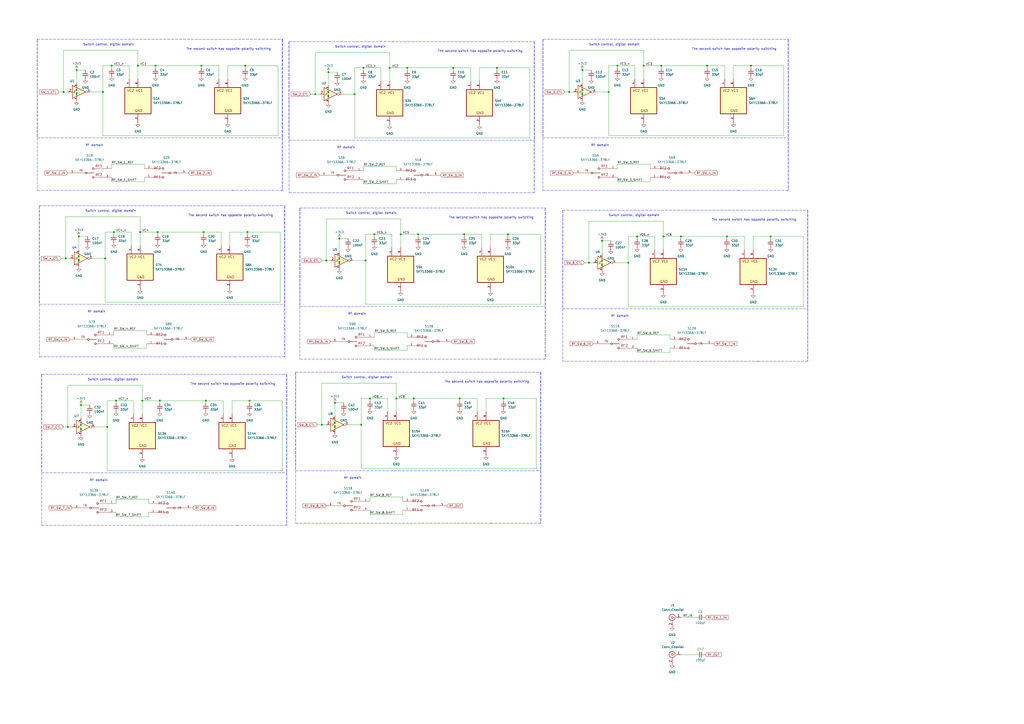
<source format=kicad_sch>
(kicad_sch (version 20211123) (generator eeschema)
  (paper "A2")
  (junction (at 373.38 38.1))
  (junction (at 217.17 135.89))
  (junction (at 232.41 135.89))
  (junction (at 194.31 233.68))
  (junction (at 288.29 39.37))
  (junction (at 44.45 40.64))
  (junction (at 182.88 54.61))
  (junction (at 210.82 39.37))
  (junction (at 91.44 134.62))
  (junction (at 196.85 138.43))
  (junction (at 39.37 247.65))
  (junction (at 82.55 232.41))
  (junction (at 384.81 137.16))
  (junction (at 67.31 232.41))
  (junction (at 80.01 38.1))
  (junction (at 269.24 135.89))
  (junction (at 394.97 137.16))
  (junction (at 212.09 151.13))
  (junction (at 118.11 134.62))
  (junction (at 266.7 231.14))
  (junction (at 383.54 38.1))
  (junction (at 294.64 135.89))
  (junction (at 358.14 38.1))
  (junction (at 353.06 53.34))
  (junction (at 119.38 232.41))
  (junction (at 229.87 231.14))
  (junction (at 62.23 247.65))
  (junction (at 59.69 53.34))
  (junction (at 142.24 38.1))
  (junction (at 64.77 38.1))
  (junction (at 435.61 38.1))
  (junction (at 186.69 246.38))
  (junction (at 190.5 41.91))
  (junction (at 262.89 39.37))
  (junction (at 236.22 39.37))
  (junction (at 364.49 152.4))
  (junction (at 205.74 54.61))
  (junction (at 90.17 38.1))
  (junction (at 45.72 137.16))
  (junction (at 292.1 231.14))
  (junction (at 242.57 135.89))
  (junction (at 116.84 38.1))
  (junction (at 330.2 53.34))
  (junction (at 46.99 234.95))
  (junction (at 421.64 137.16))
  (junction (at 349.25 139.7))
  (junction (at 143.51 134.62))
  (junction (at 410.21 38.1))
  (junction (at 369.57 137.16))
  (junction (at 92.71 232.41))
  (junction (at 209.55 246.38))
  (junction (at 66.04 134.62))
  (junction (at 214.63 231.14))
  (junction (at 240.03 231.14))
  (junction (at 36.83 53.34))
  (junction (at 144.78 232.41))
  (junction (at 81.28 134.62))
  (junction (at 226.06 39.37))
  (junction (at 189.23 151.13))
  (junction (at 447.04 137.16))
  (junction (at 60.96 149.86))
  (junction (at 337.82 40.64))
  (junction (at 38.1 149.86))
  (junction (at 341.63 152.4))
  (wire (pts (xy 269.24 135.89) (xy 269.24 137.16)))
  (wire (pts (xy 279.4 143.51) (xy 279.4 135.89)))
  (wire (pts (xy 44.45 40.64) (xy 49.53 40.64)))
  (polyline (pts (xy 309.88 24.13) (xy 309.88 111.76)))
  (wire (pts (xy 129.54 232.41) (xy 119.38 232.41)))
  (wire (pts (xy 64.77 38.1) (xy 59.69 38.1)))
  (wire (pts (xy 236.22 203.2) (xy 236.22 200.66)))
  (wire (pts (xy 224.79 231.14) (xy 214.63 231.14)))
  (polyline (pts (xy 163.83 22.86) (xy 163.83 110.49)))
  (wire (pts (xy 212.09 151.13) (xy 212.09 176.53)))
  (wire (pts (xy 330.2 29.21) (xy 373.38 29.21)))
  (polyline (pts (xy 171.45 303.53) (xy 285.75 303.53)))
  (wire (pts (xy 67.31 297.18) (xy 67.31 299.72)))
  (wire (pts (xy 273.05 46.99) (xy 273.05 39.37)))
  (wire (pts (xy 132.08 45.72) (xy 132.08 38.1)))
  (polyline (pts (xy 24.13 217.17) (xy 24.13 274.32)))
  (wire (pts (xy 209.55 246.38) (xy 201.93 246.38)))
  (wire (pts (xy 214.63 231.14) (xy 209.55 231.14)))
  (polyline (pts (xy 468.63 121.92) (xy 468.63 179.07)))
  (wire (pts (xy 294.64 135.89) (xy 294.64 137.16)))
  (wire (pts (xy 134.62 240.03) (xy 134.62 232.41)))
  (polyline (pts (xy 326.39 121.92) (xy 326.39 209.55)))
  (wire (pts (xy 292.1 231.14) (xy 292.1 232.41)))
  (wire (pts (xy 420.37 38.1) (xy 410.21 38.1)))
  (wire (pts (xy 373.38 29.21) (xy 373.38 38.1)))
  (wire (pts (xy 209.55 271.78) (xy 311.15 271.78)))
  (wire (pts (xy 35.56 149.86) (xy 38.1 149.86)))
  (wire (pts (xy 284.48 135.89) (xy 294.64 135.89)))
  (wire (pts (xy 420.37 45.72) (xy 420.37 38.1)))
  (wire (pts (xy 205.74 80.01) (xy 307.34 80.01)))
  (polyline (pts (xy 24.13 217.17) (xy 24.13 304.8)))
  (wire (pts (xy 133.35 134.62) (xy 143.51 134.62)))
  (wire (pts (xy 278.13 39.37) (xy 288.29 39.37)))
  (polyline (pts (xy 167.64 24.13) (xy 309.88 24.13)))
  (wire (pts (xy 210.82 104.14) (xy 210.82 106.68)))
  (wire (pts (xy 182.88 54.61) (xy 185.42 54.61)))
  (wire (pts (xy 240.03 231.14) (xy 240.03 232.41)))
  (wire (pts (xy 341.63 152.4) (xy 344.17 152.4)))
  (wire (pts (xy 163.83 273.05) (xy 163.83 232.41)))
  (wire (pts (xy 262.89 39.37) (xy 262.89 40.64)))
  (polyline (pts (xy 163.83 22.86) (xy 163.83 80.01)))
  (wire (pts (xy 144.78 232.41) (xy 144.78 233.68)))
  (wire (pts (xy 369.57 194.31) (xy 388.62 194.31)))
  (wire (pts (xy 82.55 223.52) (xy 82.55 232.41)))
  (wire (pts (xy 358.14 38.1) (xy 358.14 39.37)))
  (wire (pts (xy 90.17 38.1) (xy 90.17 39.37)))
  (polyline (pts (xy 21.59 22.86) (xy 21.59 110.49)))
  (wire (pts (xy 276.86 231.14) (xy 266.7 231.14)))
  (polyline (pts (xy 313.69 303.53) (xy 284.48 303.53)))
  (wire (pts (xy 45.72 137.16) (xy 50.8 137.16)))
  (polyline (pts (xy 22.86 207.01) (xy 137.16 207.01)))
  (wire (pts (xy 85.09 191.77) (xy 85.09 194.31)))
  (wire (pts (xy 214.63 298.45) (xy 233.68 298.45)))
  (wire (pts (xy 214.63 295.91) (xy 214.63 298.45)))
  (polyline (pts (xy 313.69 215.9) (xy 313.69 303.53)))
  (wire (pts (xy 217.17 195.58) (xy 217.17 193.04)))
  (wire (pts (xy 129.54 240.03) (xy 129.54 232.41)))
  (wire (pts (xy 349.25 139.7) (xy 354.33 139.7)))
  (wire (pts (xy 373.38 45.72) (xy 373.38 38.1)))
  (wire (pts (xy 307.34 80.01) (xy 307.34 39.37)))
  (wire (pts (xy 353.06 78.74) (xy 454.66 78.74)))
  (polyline (pts (xy 165.1 119.38) (xy 165.1 207.01)))
  (polyline (pts (xy 457.2 110.49) (xy 427.99 110.49)))
  (wire (pts (xy 236.22 39.37) (xy 262.89 39.37)))
  (polyline (pts (xy 313.69 215.9) (xy 313.69 303.53)))
  (wire (pts (xy 77.47 240.03) (xy 77.47 232.41)))
  (polyline (pts (xy 173.99 177.8) (xy 316.23 177.8)))
  (polyline (pts (xy 167.64 111.76) (xy 281.94 111.76)))
  (wire (pts (xy 226.06 30.48) (xy 226.06 39.37)))
  (wire (pts (xy 186.69 246.38) (xy 186.69 222.25)))
  (wire (pts (xy 39.37 223.52) (xy 82.55 223.52)))
  (polyline (pts (xy 313.69 215.9) (xy 313.69 273.05)))
  (wire (pts (xy 81.28 125.73) (xy 81.28 134.62)))
  (wire (pts (xy 436.88 144.78) (xy 436.88 137.16)))
  (wire (pts (xy 210.82 39.37) (xy 210.82 40.64)))
  (wire (pts (xy 76.2 134.62) (xy 66.04 134.62)))
  (wire (pts (xy 394.97 137.16) (xy 421.64 137.16)))
  (polyline (pts (xy 171.45 215.9) (xy 313.69 215.9)))
  (wire (pts (xy 425.45 38.1) (xy 435.61 38.1)))
  (wire (pts (xy 81.28 134.62) (xy 91.44 134.62)))
  (wire (pts (xy 91.44 134.62) (xy 91.44 135.89)))
  (wire (pts (xy 162.56 175.26) (xy 162.56 134.62)))
  (wire (pts (xy 373.38 38.1) (xy 383.54 38.1)))
  (wire (pts (xy 311.15 271.78) (xy 311.15 231.14)))
  (polyline (pts (xy 314.96 22.86) (xy 314.96 110.49)))
  (wire (pts (xy 212.09 151.13) (xy 204.47 151.13)))
  (polyline (pts (xy 163.83 22.86) (xy 163.83 110.49)))
  (wire (pts (xy 194.31 233.68) (xy 199.39 233.68)))
  (wire (pts (xy 212.09 176.53) (xy 313.69 176.53)))
  (wire (pts (xy 313.69 135.89) (xy 294.64 135.89)))
  (polyline (pts (xy 468.63 121.92) (xy 468.63 209.55)))
  (wire (pts (xy 36.83 29.21) (xy 80.01 29.21)))
  (polyline (pts (xy 173.99 120.65) (xy 173.99 208.28)))
  (polyline (pts (xy 22.86 176.53) (xy 165.1 176.53)))
  (wire (pts (xy 232.41 143.51) (xy 232.41 135.89)))
  (wire (pts (xy 74.93 38.1) (xy 64.77 38.1)))
  (wire (pts (xy 59.69 38.1) (xy 59.69 53.34)))
  (wire (pts (xy 311.15 231.14) (xy 292.1 231.14)))
  (wire (pts (xy 189.23 127) (xy 232.41 127)))
  (wire (pts (xy 341.63 128.27) (xy 384.81 128.27)))
  (polyline (pts (xy 457.2 22.86) (xy 457.2 110.49)))
  (wire (pts (xy 74.93 45.72) (xy 74.93 38.1)))
  (wire (pts (xy 358.14 97.79) (xy 358.14 95.25)))
  (wire (pts (xy 77.47 232.41) (xy 67.31 232.41)))
  (wire (pts (xy 205.74 39.37) (xy 205.74 54.61)))
  (wire (pts (xy 66.04 194.31) (xy 66.04 191.77)))
  (wire (pts (xy 217.17 203.2) (xy 236.22 203.2)))
  (wire (pts (xy 205.74 54.61) (xy 198.12 54.61)))
  (wire (pts (xy 76.2 142.24) (xy 76.2 134.62)))
  (wire (pts (xy 163.83 232.41) (xy 144.78 232.41)))
  (wire (pts (xy 83.82 95.25) (xy 83.82 97.79)))
  (wire (pts (xy 383.54 38.1) (xy 410.21 38.1)))
  (wire (pts (xy 127 38.1) (xy 116.84 38.1)))
  (wire (pts (xy 80.01 45.72) (xy 80.01 38.1)))
  (wire (pts (xy 232.41 127) (xy 232.41 135.89)))
  (wire (pts (xy 454.66 78.74) (xy 454.66 38.1)))
  (wire (pts (xy 358.14 38.1) (xy 353.06 38.1)))
  (wire (pts (xy 229.87 222.25) (xy 229.87 231.14)))
  (wire (pts (xy 384.81 137.16) (xy 394.97 137.16)))
  (wire (pts (xy 189.23 151.13) (xy 191.77 151.13)))
  (polyline (pts (xy 314.96 80.01) (xy 457.2 80.01)))
  (wire (pts (xy 266.7 231.14) (xy 266.7 232.41)))
  (polyline (pts (xy 21.59 80.01) (xy 163.83 80.01)))
  (wire (pts (xy 186.69 222.25) (xy 229.87 222.25)))
  (wire (pts (xy 38.1 149.86) (xy 38.1 125.73)))
  (wire (pts (xy 394.97 137.16) (xy 394.97 138.43)))
  (wire (pts (xy 90.17 38.1) (xy 116.84 38.1)))
  (wire (pts (xy 67.31 289.56) (xy 86.36 289.56)))
  (wire (pts (xy 62.23 247.65) (xy 54.61 247.65)))
  (polyline (pts (xy 457.2 22.86) (xy 457.2 80.01)))
  (wire (pts (xy 210.82 99.06) (xy 210.82 96.52)))
  (wire (pts (xy 226.06 39.37) (xy 236.22 39.37)))
  (wire (pts (xy 224.79 238.76) (xy 224.79 231.14)))
  (wire (pts (xy 284.48 143.51) (xy 284.48 135.89)))
  (polyline (pts (xy 24.13 304.8) (xy 138.43 304.8)))
  (wire (pts (xy 358.14 105.41) (xy 377.19 105.41)))
  (polyline (pts (xy 171.45 215.9) (xy 171.45 303.53)))
  (wire (pts (xy 86.36 289.56) (xy 86.36 292.1)))
  (polyline (pts (xy 457.2 22.86) (xy 457.2 110.49)))
  (wire (pts (xy 190.5 41.91) (xy 190.5 49.53)))
  (wire (pts (xy 44.45 40.64) (xy 44.45 48.26)))
  (wire (pts (xy 67.31 299.72) (xy 86.36 299.72)))
  (wire (pts (xy 279.4 135.89) (xy 269.24 135.89)))
  (wire (pts (xy 212.09 135.89) (xy 212.09 151.13)))
  (wire (pts (xy 229.87 96.52) (xy 229.87 99.06)))
  (polyline (pts (xy 22.86 119.38) (xy 22.86 207.01)))
  (wire (pts (xy 190.5 41.91) (xy 195.58 41.91)))
  (wire (pts (xy 384.81 128.27) (xy 384.81 137.16)))
  (wire (pts (xy 276.86 238.76) (xy 276.86 231.14)))
  (wire (pts (xy 435.61 38.1) (xy 435.61 39.37)))
  (wire (pts (xy 394.97 379.73) (xy 403.86 379.73)))
  (polyline (pts (xy 173.99 120.65) (xy 316.23 120.65)))
  (polyline (pts (xy 167.64 24.13) (xy 167.64 81.28)))
  (wire (pts (xy 36.83 53.34) (xy 39.37 53.34)))
  (polyline (pts (xy 314.96 22.86) (xy 314.96 80.01)))
  (wire (pts (xy 86.36 299.72) (xy 86.36 297.18)))
  (wire (pts (xy 186.69 151.13) (xy 189.23 151.13)))
  (wire (pts (xy 82.55 232.41) (xy 92.71 232.41)))
  (polyline (pts (xy 24.13 274.32) (xy 166.37 274.32)))
  (wire (pts (xy 454.66 38.1) (xy 435.61 38.1)))
  (wire (pts (xy 186.69 246.38) (xy 189.23 246.38)))
  (wire (pts (xy 240.03 231.14) (xy 266.7 231.14)))
  (wire (pts (xy 46.99 234.95) (xy 52.07 234.95)))
  (wire (pts (xy 36.83 247.65) (xy 39.37 247.65)))
  (wire (pts (xy 64.77 38.1) (xy 64.77 39.37)))
  (wire (pts (xy 364.49 152.4) (xy 356.87 152.4)))
  (wire (pts (xy 227.33 143.51) (xy 227.33 135.89)))
  (wire (pts (xy 81.28 142.24) (xy 81.28 134.62)))
  (wire (pts (xy 217.17 200.66) (xy 217.17 203.2)))
  (wire (pts (xy 184.15 246.38) (xy 186.69 246.38)))
  (wire (pts (xy 161.29 78.74) (xy 161.29 38.1)))
  (polyline (pts (xy 326.39 179.07) (xy 468.63 179.07)))
  (wire (pts (xy 377.19 95.25) (xy 377.19 97.79)))
  (wire (pts (xy 60.96 175.26) (xy 162.56 175.26)))
  (wire (pts (xy 368.3 38.1) (xy 358.14 38.1)))
  (polyline (pts (xy 165.1 119.38) (xy 165.1 176.53)))
  (wire (pts (xy 59.69 78.74) (xy 161.29 78.74)))
  (wire (pts (xy 288.29 39.37) (xy 288.29 40.64)))
  (wire (pts (xy 313.69 176.53) (xy 313.69 135.89)))
  (wire (pts (xy 209.55 231.14) (xy 209.55 246.38)))
  (wire (pts (xy 364.49 177.8) (xy 466.09 177.8)))
  (wire (pts (xy 377.19 105.41) (xy 377.19 102.87)))
  (polyline (pts (xy 173.99 208.28) (xy 288.29 208.28)))
  (wire (pts (xy 67.31 232.41) (xy 67.31 233.68)))
  (wire (pts (xy 92.71 232.41) (xy 92.71 233.68)))
  (wire (pts (xy 379.73 144.78) (xy 379.73 137.16)))
  (wire (pts (xy 364.49 137.16) (xy 364.49 152.4)))
  (wire (pts (xy 128.27 142.24) (xy 128.27 134.62)))
  (wire (pts (xy 134.62 232.41) (xy 144.78 232.41)))
  (wire (pts (xy 205.74 54.61) (xy 205.74 80.01)))
  (wire (pts (xy 62.23 273.05) (xy 163.83 273.05)))
  (polyline (pts (xy 21.59 22.86) (xy 163.83 22.86)))
  (wire (pts (xy 229.87 106.68) (xy 229.87 104.14)))
  (wire (pts (xy 62.23 247.65) (xy 62.23 273.05)))
  (wire (pts (xy 214.63 290.83) (xy 214.63 288.29)))
  (wire (pts (xy 119.38 232.41) (xy 119.38 233.68)))
  (wire (pts (xy 214.63 288.29) (xy 233.68 288.29)))
  (wire (pts (xy 62.23 232.41) (xy 62.23 247.65)))
  (polyline (pts (xy 314.96 110.49) (xy 429.26 110.49)))
  (wire (pts (xy 39.37 247.65) (xy 39.37 223.52)))
  (wire (pts (xy 67.31 232.41) (xy 62.23 232.41)))
  (polyline (pts (xy 163.83 110.49) (xy 134.62 110.49)))
  (wire (pts (xy 466.09 177.8) (xy 466.09 137.16)))
  (wire (pts (xy 281.94 238.76) (xy 281.94 231.14)))
  (polyline (pts (xy 21.59 22.86) (xy 21.59 80.01)))
  (wire (pts (xy 64.77 95.25) (xy 83.82 95.25)))
  (wire (pts (xy 229.87 231.14) (xy 240.03 231.14)))
  (wire (pts (xy 220.98 46.99) (xy 220.98 39.37)))
  (wire (pts (xy 34.29 53.34) (xy 36.83 53.34)))
  (wire (pts (xy 60.96 134.62) (xy 60.96 149.86)))
  (wire (pts (xy 353.06 38.1) (xy 353.06 53.34)))
  (wire (pts (xy 226.06 46.99) (xy 226.06 39.37)))
  (wire (pts (xy 196.85 138.43) (xy 201.93 138.43)))
  (wire (pts (xy 214.63 231.14) (xy 214.63 232.41)))
  (wire (pts (xy 189.23 151.13) (xy 189.23 127)))
  (wire (pts (xy 133.35 142.24) (xy 133.35 134.62)))
  (polyline (pts (xy 166.37 304.8) (xy 137.16 304.8)))
  (polyline (pts (xy 22.86 119.38) (xy 165.1 119.38)))
  (wire (pts (xy 182.88 54.61) (xy 182.88 30.48)))
  (wire (pts (xy 182.88 30.48) (xy 226.06 30.48)))
  (wire (pts (xy 436.88 137.16) (xy 447.04 137.16)))
  (wire (pts (xy 337.82 40.64) (xy 337.82 48.26)))
  (polyline (pts (xy 165.1 207.01) (xy 135.89 207.01)))
  (wire (pts (xy 242.57 135.89) (xy 269.24 135.89)))
  (wire (pts (xy 431.8 144.78) (xy 431.8 137.16)))
  (polyline (pts (xy 309.88 111.76) (xy 280.67 111.76)))
  (wire (pts (xy 128.27 134.62) (xy 118.11 134.62)))
  (wire (pts (xy 210.82 96.52) (xy 229.87 96.52)))
  (wire (pts (xy 379.73 137.16) (xy 369.57 137.16)))
  (wire (pts (xy 369.57 196.85) (xy 369.57 194.31)))
  (wire (pts (xy 118.11 134.62) (xy 118.11 135.89)))
  (wire (pts (xy 82.55 240.03) (xy 82.55 232.41)))
  (wire (pts (xy 410.21 38.1) (xy 410.21 39.37)))
  (wire (pts (xy 127 45.72) (xy 127 38.1)))
  (wire (pts (xy 353.06 53.34) (xy 353.06 78.74)))
  (wire (pts (xy 66.04 134.62) (xy 60.96 134.62)))
  (wire (pts (xy 194.31 233.68) (xy 194.31 241.3)))
  (wire (pts (xy 66.04 201.93) (xy 85.09 201.93)))
  (polyline (pts (xy 24.13 217.17) (xy 166.37 217.17)))
  (polyline (pts (xy 316.23 120.65) (xy 316.23 208.28)))
  (wire (pts (xy 220.98 39.37) (xy 210.82 39.37)))
  (wire (pts (xy 383.54 38.1) (xy 383.54 39.37)))
  (wire (pts (xy 64.77 105.41) (xy 83.82 105.41)))
  (polyline (pts (xy 166.37 217.17) (xy 166.37 274.32)))
  (wire (pts (xy 38.1 149.86) (xy 40.64 149.86)))
  (wire (pts (xy 142.24 38.1) (xy 142.24 39.37)))
  (polyline (pts (xy 167.64 81.28) (xy 309.88 81.28)))
  (polyline (pts (xy 316.23 208.28) (xy 287.02 208.28)))
  (wire (pts (xy 210.82 39.37) (xy 205.74 39.37)))
  (polyline (pts (xy 468.63 121.92) (xy 468.63 209.55)))
  (wire (pts (xy 232.41 135.89) (xy 242.57 135.89)))
  (wire (pts (xy 330.2 53.34) (xy 330.2 29.21)))
  (wire (pts (xy 369.57 137.16) (xy 369.57 138.43)))
  (wire (pts (xy 210.82 106.68) (xy 229.87 106.68)))
  (polyline (pts (xy 316.23 120.65) (xy 316.23 208.28)))
  (wire (pts (xy 388.62 194.31) (xy 388.62 196.85)))
  (wire (pts (xy 80.01 29.21) (xy 80.01 38.1)))
  (wire (pts (xy 67.31 292.1) (xy 67.31 289.56)))
  (wire (pts (xy 281.94 231.14) (xy 292.1 231.14)))
  (polyline (pts (xy 173.99 120.65) (xy 173.99 177.8)))
  (wire (pts (xy 327.66 53.34) (xy 330.2 53.34)))
  (wire (pts (xy 217.17 193.04) (xy 236.22 193.04)))
  (wire (pts (xy 358.14 102.87) (xy 358.14 105.41)))
  (wire (pts (xy 59.69 53.34) (xy 52.07 53.34)))
  (wire (pts (xy 466.09 137.16) (xy 447.04 137.16)))
  (wire (pts (xy 278.13 46.99) (xy 278.13 39.37)))
  (polyline (pts (xy 167.64 24.13) (xy 167.64 111.76)))
  (wire (pts (xy 66.04 191.77) (xy 85.09 191.77)))
  (wire (pts (xy 369.57 137.16) (xy 364.49 137.16)))
  (wire (pts (xy 38.1 125.73) (xy 81.28 125.73)))
  (wire (pts (xy 196.85 138.43) (xy 196.85 146.05)))
  (wire (pts (xy 349.25 139.7) (xy 349.25 147.32)))
  (wire (pts (xy 45.72 137.16) (xy 45.72 144.78)))
  (wire (pts (xy 92.71 232.41) (xy 119.38 232.41)))
  (polyline (pts (xy 166.37 217.17) (xy 166.37 304.8)))
  (wire (pts (xy 60.96 149.86) (xy 53.34 149.86)))
  (wire (pts (xy 330.2 53.34) (xy 332.74 53.34)))
  (wire (pts (xy 132.08 38.1) (xy 142.24 38.1)))
  (wire (pts (xy 91.44 134.62) (xy 118.11 134.62)))
  (polyline (pts (xy 326.39 209.55) (xy 440.69 209.55)))
  (wire (pts (xy 64.77 97.79) (xy 64.77 95.25)))
  (wire (pts (xy 217.17 135.89) (xy 212.09 135.89)))
  (polyline (pts (xy 326.39 121.92) (xy 326.39 179.07)))
  (wire (pts (xy 242.57 135.89) (xy 242.57 137.16)))
  (polyline (pts (xy 309.88 24.13) (xy 309.88 81.28)))
  (polyline (pts (xy 21.59 110.49) (xy 135.89 110.49)))
  (wire (pts (xy 36.83 53.34) (xy 36.83 29.21)))
  (wire (pts (xy 80.01 38.1) (xy 90.17 38.1)))
  (wire (pts (xy 368.3 45.72) (xy 368.3 38.1)))
  (wire (pts (xy 66.04 199.39) (xy 66.04 201.93)))
  (wire (pts (xy 229.87 238.76) (xy 229.87 231.14)))
  (wire (pts (xy 66.04 134.62) (xy 66.04 135.89)))
  (wire (pts (xy 83.82 105.41) (xy 83.82 102.87)))
  (wire (pts (xy 233.68 298.45) (xy 233.68 295.91)))
  (wire (pts (xy 388.62 204.47) (xy 388.62 201.93)))
  (wire (pts (xy 358.14 95.25) (xy 377.19 95.25)))
  (polyline (pts (xy 171.45 215.9) (xy 171.45 273.05)))
  (wire (pts (xy 143.51 134.62) (xy 143.51 135.89)))
  (wire (pts (xy 209.55 246.38) (xy 209.55 271.78)))
  (wire (pts (xy 353.06 53.34) (xy 345.44 53.34)))
  (wire (pts (xy 369.57 201.93) (xy 369.57 204.47)))
  (wire (pts (xy 60.96 149.86) (xy 60.96 175.26)))
  (wire (pts (xy 116.84 38.1) (xy 116.84 39.37)))
  (wire (pts (xy 364.49 152.4) (xy 364.49 177.8)))
  (wire (pts (xy 162.56 134.62) (xy 143.51 134.62)))
  (wire (pts (xy 394.97 358.14) (xy 403.86 358.14)))
  (wire (pts (xy 85.09 201.93) (xy 85.09 199.39)))
  (wire (pts (xy 431.8 137.16) (xy 421.64 137.16)))
  (wire (pts (xy 236.22 193.04) (xy 236.22 195.58)))
  (polyline (pts (xy 468.63 209.55) (xy 439.42 209.55)))
  (wire (pts (xy 447.04 137.16) (xy 447.04 138.43)))
  (polyline (pts (xy 22.86 119.38) (xy 22.86 176.53)))
  (wire (pts (xy 337.82 40.64) (xy 342.9 40.64)))
  (polyline (pts (xy 166.37 217.17) (xy 166.37 304.8)))
  (wire (pts (xy 369.57 204.47) (xy 388.62 204.47)))
  (polyline (pts (xy 309.88 24.13) (xy 309.88 111.76)))
  (wire (pts (xy 217.17 135.89) (xy 217.17 137.16)))
  (wire (pts (xy 59.69 53.34) (xy 59.69 78.74)))
  (wire (pts (xy 273.05 39.37) (xy 262.89 39.37)))
  (wire (pts (xy 227.33 135.89) (xy 217.17 135.89)))
  (wire (pts (xy 236.22 39.37) (xy 236.22 40.64)))
  (wire (pts (xy 341.63 152.4) (xy 341.63 128.27)))
  (wire (pts (xy 180.34 54.61) (xy 182.88 54.61)))
  (wire (pts (xy 161.29 38.1) (xy 142.24 38.1)))
  (wire (pts (xy 421.64 137.16) (xy 421.64 138.43)))
  (polyline (pts (xy 165.1 119.38) (xy 165.1 207.01)))
  (wire (pts (xy 46.99 234.95) (xy 46.99 242.57)))
  (wire (pts (xy 64.77 102.87) (xy 64.77 105.41)))
  (polyline (pts (xy 326.39 121.92) (xy 468.63 121.92)))
  (wire (pts (xy 384.81 144.78) (xy 384.81 137.16)))
  (polyline (pts (xy 171.45 273.05) (xy 313.69 273.05)))
  (polyline (pts (xy 316.23 120.65) (xy 316.23 177.8)))
  (wire (pts (xy 233.68 288.29) (xy 233.68 290.83)))
  (wire (pts (xy 339.09 152.4) (xy 341.63 152.4)))
  (polyline (pts (xy 314.96 22.86) (xy 457.2 22.86)))
  (wire (pts (xy 39.37 247.65) (xy 41.91 247.65)))
  (wire (pts (xy 425.45 45.72) (xy 425.45 38.1)))
  (wire (pts (xy 307.34 39.37) (xy 288.29 39.37)))
  (text "The second switch has opposite polarity switching" (at 254 30.48 0) (effects (font (size 1.27 1.27)) (justify left bottom)))
  (text "Switch control, digital domain" (at 48.26 26.67 0) (effects (font (size 1.27 1.27)) (justify left bottom)))
  (text "The second switch has opposite polarity switching" (at 260.35 127 0) (effects (font (size 1.27 1.27)) (justify left bottom)))
  (text "RF domain" (at 342.9 85.09 0) (effects (font (size 1.27 1.27)) (justify left bottom)))
  (text "Switch control, digital domain" (at 341.63 26.67 0) (effects (font (size 1.27 1.27)) (justify left bottom)))
  (text "The second switch has opposite polarity switching" (at 401.32 29.21 0) (effects (font (size 1.27 1.27)) (justify left bottom)))
  (text "RF domain" (at 354.33 184.15 0) (effects (font (size 1.27 1.27)) (justify left bottom)))
  (text "Switch control, digital domain" (at 200.66 124.46 0) (effects (font (size 1.27 1.27)) (justify left bottom)))
  (text "Switch control, digital domain" (at 353.06 125.73 0) (effects (font (size 1.27 1.27)) (justify left bottom)))
  (text "RF domain" (at 50.8 181.61 0) (effects (font (size 1.27 1.27)) (justify left bottom)))
  (text "Switch control, digital domain" (at 194.31 27.94 0) (effects (font (size 1.27 1.27)) (justify left bottom)))
  (text "The second switch has opposite polarity switching" (at 257.81 222.25 0) (effects (font (size 1.27 1.27)) (justify left bottom)))
  (text "RF domain" (at 199.39 278.13 0) (effects (font (size 1.27 1.27)) (justify left bottom)))
  (text "Switch control, digital domain" (at 49.53 123.19 0) (effects (font (size 1.27 1.27)) (justify left bottom)))
  (text "RF domain" (at 49.53 85.09 0) (effects (font (size 1.27 1.27)) (justify left bottom)))
  (text "RF domain" (at 201.93 182.88 0) (effects (font (size 1.27 1.27)) (justify left bottom)))
  (text "RF domain" (at 195.58 86.36 0) (effects (font (size 1.27 1.27)) (justify left bottom)))
  (text "RF domain" (at 52.07 279.4 0) (effects (font (size 1.27 1.27)) (justify left bottom)))
  (text "Switch control, digital domain" (at 50.8 220.98 0) (effects (font (size 1.27 1.27)) (justify left bottom)))
  (text "The second switch has opposite polarity switching" (at 109.22 125.73 0) (effects (font (size 1.27 1.27)) (justify left bottom)))
  (text "The second switch has opposite polarity switching" (at 107.95 29.21 0) (effects (font (size 1.27 1.27)) (justify left bottom)))
  (text "Switch control, digital domain" (at 198.12 219.71 0) (effects (font (size 1.27 1.27)) (justify left bottom)))
  (text "The second switch has opposite polarity switching" (at 412.75 128.27 0) (effects (font (size 1.27 1.27)) (justify left bottom)))
  (text "The second switch has opposite polarity switching" (at 110.49 223.52 0) (effects (font (size 1.27 1.27)) (justify left bottom)))
  (label "VC1" (at 81.28 38.1 0))
  (label "VC3_n" (at 359.41 38.1 0))
  (label "VC8_n" (at 215.9 231.14 0))
  (label "RF_SW_7_REF" (at 67.31 289.56 0))
  (label "RF_SW_5_REF" (at 217.17 193.04 0))
  (label "RF_SW_1_REF" (at 64.77 95.25 0))
  (label "RF_SW_6_REF" (at 369.57 194.31 0))
  (label "RF_IN" (at 396.24 358.14 0))
  (label "VC8" (at 231.14 231.14 0))
  (label "VC2_n" (at 212.09 39.37 0))
  (label "VC5_n" (at 218.44 135.89 0))
  (label "RF_SW_6_SHIFT" (at 369.57 204.47 0))
  (label "RF_SW_4_SHIFT" (at 66.04 201.93 0))
  (label "VC6_n" (at 370.84 137.16 0))
  (label "VC7" (at 83.82 232.41 0))
  (label "RF_SW_3_REF" (at 358.14 95.25 0))
  (label "VC2" (at 227.33 39.37 0))
  (label "VC3" (at 374.65 38.1 0))
  (label "VC5" (at 233.68 135.89 0))
  (label "VC4" (at 82.55 134.62 0))
  (label "RF_SW_7_SHIFT" (at 67.31 299.72 0))
  (label "RF_SW_8_SHIFT" (at 214.63 298.45 0))
  (label "RF_SW_8_REF" (at 214.63 288.29 0))
  (label "VC4_n" (at 67.31 134.62 0))
  (label "RF_SW_2_SHIFT" (at 210.82 106.68 0))
  (label "RF_SW_5_SHIFT" (at 217.17 203.2 0))
  (label "RF_SW_2_REF" (at 210.82 96.52 0))
  (label "VC6" (at 386.08 137.16 0))
  (label "RF_SW_1_SHIFT" (at 64.77 105.41 0))
  (label "VC7_n" (at 68.58 232.41 0))
  (label "VC1_n" (at 66.04 38.1 0))
  (label "RF_SW_3_SHIFT" (at 358.14 105.41 0))
  (label "RF_SW_4_REF" (at 66.04 191.77 0))
  (global_label "RF_SW_1_IN" (shape input) (at 408.94 358.14 0) (property "Intersheet References" "${INTERSHEET_REFS}" (effects hide)))
  (global_label "SW_8_CTL" (shape input) (at 184.15 246.38 180) (property "Intersheet References" "${INTERSHEET_REFS}" (effects hide)))
  (global_label "SW_3_CTL" (shape input) (at 327.66 53.34 180) (property "Intersheet References" "${INTERSHEET_REFS}" (effects hide)))
  (global_label "SW_2_CTL" (shape input) (at 180.34 54.61 180) (property "Intersheet References" "${INTERSHEET_REFS}" (effects hide)))
  (global_label "RF_SW_8_IN" (shape input) (at 189.23 293.37 180) (property "Intersheet References" "${INTERSHEET_REFS}" (effects hide)))
  (global_label "SW_4_CTL" (shape input) (at 35.56 149.86 180) (property "Intersheet References" "${INTERSHEET_REFS}" (effects hide)))
  (global_label "RF_SW_3_IN" (shape input) (at 255.27 101.6 0) (property "Intersheet References" "${INTERSHEET_REFS}" (effects hide)))
  (global_label "RF_SW_7_IN" (shape input) (at 414.02 199.39 0) (property "Intersheet References" "${INTERSHEET_REFS}" (effects hide)))
  (global_label "SW_6_CTL" (shape input) (at 339.09 152.4 180) (property "Intersheet References" "${INTERSHEET_REFS}" (effects hide)))
  (global_label "RF_OUT" (shape input) (at 408.94 379.73 0) (property "Intersheet References" "${INTERSHEET_REFS}" (effects hide)))
  (global_label "RF_SW_6_IN" (shape input) (at 344.17 199.39 180) (property "Intersheet References" "${INTERSHEET_REFS}" (effects hide)))
  (global_label "RF_SW_6_IN" (shape input) (at 261.62 198.12 0) (property "Intersheet References" "${INTERSHEET_REFS}" (effects hide)))
  (global_label "SW_1_CTL" (shape input) (at 34.29 53.34 180) (property "Intersheet References" "${INTERSHEET_REFS}" (effects hide)))
  (global_label "RF_SW_1_IN" (shape input) (at 39.37 100.33 180) (property "Intersheet References" "${INTERSHEET_REFS}" (effects hide)))
  (global_label "RF_SW_2_IN" (shape input) (at 109.22 100.33 0) (property "Intersheet References" "${INTERSHEET_REFS}" (effects hide)))
  (global_label "RF_SW_7_IN" (shape input) (at 41.91 294.64 180) (property "Intersheet References" "${INTERSHEET_REFS}" (effects hide)))
  (global_label "RF_SW_2_IN" (shape input) (at 185.42 101.6 180) (property "Intersheet References" "${INTERSHEET_REFS}" (effects hide)))
  (global_label "RF_SW_4_IN" (shape input) (at 40.64 196.85 180) (property "Intersheet References" "${INTERSHEET_REFS}" (effects hide)))
  (global_label "RF_SW_5_IN" (shape input) (at 191.77 198.12 180) (property "Intersheet References" "${INTERSHEET_REFS}" (effects hide)))
  (global_label "RF_SW_8_IN" (shape input) (at 111.76 294.64 0) (property "Intersheet References" "${INTERSHEET_REFS}" (effects hide)))
  (global_label "RF_OUT" (shape input) (at 259.08 293.37 0) (property "Intersheet References" "${INTERSHEET_REFS}" (effects hide)))
  (global_label "RF_SW_5_IN" (shape input) (at 110.49 196.85 0) (property "Intersheet References" "${INTERSHEET_REFS}" (effects hide)))
  (global_label "RF_SW_3_IN" (shape input) (at 332.74 100.33 180) (property "Intersheet References" "${INTERSHEET_REFS}" (effects hide)))
  (global_label "SW_5_CTL" (shape input) (at 186.69 151.13 180) (property "Intersheet References" "${INTERSHEET_REFS}" (effects hide)))
  (global_label "SW_7_CTL" (shape input) (at 36.83 247.65 180) (property "Intersheet References" "${INTERSHEET_REFS}" (effects hide)))
  (global_label "RF_SW_4_IN" (shape input) (at 402.59 100.33 0) (property "Intersheet References" "${INTERSHEET_REFS}" (effects hide)))
  (symbol (lib_id "SKY13351-378LF:SKY13351-378LF") (at 345.44 100.33 0) (unit 2)
    (property "Reference" "S5" (at 345.44 90.17 0))
    (property "Value" "SKY13366-378LF" (at 345.44 92.71 0))
    (property "Footprint" "SKY13351-378LF:QFN6-LF" (effects hide))
    (property "MF" "Skyworks Solutions" (effects hide))
    (property "Description" "\nRF Switch IC 802.11/WiFi, WLAN SPDT 6 GHz 50Ohm 6-MLPD (1x1)\n" (effects hide))
    (property "Package" "XFDFN-6 Skyworks Solutions" (effects hide))
    (property "Price" "None" (effects hide))
    (property "SnapEDA_Link" "https://www.snapeda.com/parts/SKY13351-378LF/Skyworks+Solutions+Inc./view-part/?ref=snap" (effects hide))
    (property "MP" "SKY13351-378LF" (effects hide))
    (property "Purchase-URL" "https://www.snapeda.com/api/url_track_click_mouser/?unipart_id=549170&manufacturer=Skyworks Solutions&part_name=SKY13351-378LF&search_term=None" (effects hide))
    (property "Availability" "In Stock" (effects hide))
    (property "Check_prices" "https://www.snapeda.com/parts/SKY13351-378LF/Skyworks+Solutions+Inc./view-part/?ref=eda" (effects hide))
  )
  (symbol (lib_id "Device:C_Small") (at 342.9 43.18 0) (unit 1)
    (property "Reference" "C12" (at 345.44 41.9162 0) (effects (justify left)))
    (property "Value" "100nF" (at 345.44 44.4562 0) (effects (justify left)))
    (property "Footprint" "Capacitor_SMD:C_0402_1005Metric" (effects hide))
  )
  (symbol (lib_id "power:GND") (at 52.07 240.03 0) (unit 1)
    (property "Reference" "#PWR0167" (effects hide))
    (property "Value" "GND" (at 52.07 245.11 0))
  )
  (symbol (lib_id "power:+3V3") (at 45.72 137.16 0) (unit 1)
    (property "Reference" "#PWR0132" (effects hide))
    (property "Value" "+3V3" (at 45.72 133.35 0))
  )
  (symbol (lib_id "power:GND") (at 82.55 265.43 0) (unit 1)
    (property "Reference" "#PWR0137" (effects hide))
    (property "Value" "GND" (at 82.55 270.51 0))
  )
  (symbol (lib_id "74xGxx:SN74LVC1G14DBV") (at 45.72 149.86 0) (unit 1)
    (property "Reference" "U4" (at 43.18 143.51 0))
    (property "Value" "SN74AUP1T04DCKR" (effects hide))
    (property "Footprint" "SamacSys_Parts:SOT65P210X110-5N" (effects hide))
    (property "Datasheet" "http://www.ti.com/lit/ds/symlink/sn74lvc1g14.pdf" (effects hide))
  )
  (symbol (lib_id "SKY13351-378LF:SKY13351-378LF") (at 284.48 156.21 0) (unit 1)
    (property "Reference" "S10" (at 293.37 154.9399 0) (effects (justify left)))
    (property "Value" "SKY13366-378LF" (at 293.37 157.4799 0) (effects (justify left)))
    (property "Footprint" "SKY13351-378LF:QFN6-LF" (effects hide))
    (property "MF" "Skyworks Solutions" (effects hide))
    (property "Description" "\nRF Switch IC 802.11/WiFi, WLAN SPDT 6 GHz 50Ohm 6-MLPD (1x1)\n" (effects hide))
    (property "Package" "XFDFN-6 Skyworks Solutions" (effects hide))
    (property "Price" "None" (effects hide))
    (property "SnapEDA_Link" "https://www.snapeda.com/parts/SKY13351-378LF/Skyworks+Solutions+Inc./view-part/?ref=snap" (effects hide))
    (property "MP" "SKY13351-378LF" (effects hide))
    (property "Purchase-URL" "https://www.snapeda.com/api/url_track_click_mouser/?unipart_id=549170&manufacturer=Skyworks Solutions&part_name=SKY13351-378LF&search_term=None" (effects hide))
    (property "Availability" "In Stock" (effects hide))
    (property "Check_prices" "https://www.snapeda.com/parts/SKY13351-378LF/Skyworks+Solutions+Inc./view-part/?ref=eda" (effects hide))
  )
  (symbol (lib_id "power:GND") (at 134.62 265.43 0) (unit 1)
    (property "Reference" "#PWR0169" (effects hide))
    (property "Value" "GND" (at 134.62 270.51 0))
  )
  (symbol (lib_id "power:GND") (at 143.51 140.97 0) (unit 1)
    (property "Reference" "#PWR0134" (effects hide))
    (property "Value" "GND" (at 143.51 146.05 0))
  )
  (symbol (lib_id "power:GND") (at 284.48 168.91 0) (unit 1)
    (property "Reference" "#PWR0117" (effects hide))
    (property "Value" "GND" (at 284.48 173.99 0))
  )
  (symbol (lib_id "power:+3V3") (at 349.25 139.7 0) (unit 1)
    (property "Reference" "#PWR0116" (effects hide))
    (property "Value" "+3V3" (at 349.25 135.89 0))
  )
  (symbol (lib_id "SKY13351-378LF:SKY13351-378LF") (at 198.12 101.6 0) (unit 2)
    (property "Reference" "S3" (at 198.12 91.44 0))
    (property "Value" "SKY13366-378LF" (at 198.12 93.98 0))
    (property "Footprint" "SKY13351-378LF:QFN6-LF" (effects hide))
    (property "MF" "Skyworks Solutions" (effects hide))
    (property "Description" "\nRF Switch IC 802.11/WiFi, WLAN SPDT 6 GHz 50Ohm 6-MLPD (1x1)\n" (effects hide))
    (property "Package" "XFDFN-6 Skyworks Solutions" (effects hide))
    (property "Price" "None" (effects hide))
    (property "SnapEDA_Link" "https://www.snapeda.com/parts/SKY13351-378LF/Skyworks+Solutions+Inc./view-part/?ref=snap" (effects hide))
    (property "MP" "SKY13351-378LF" (effects hide))
    (property "Purchase-URL" "https://www.snapeda.com/api/url_track_click_mouser/?unipart_id=549170&manufacturer=Skyworks Solutions&part_name=SKY13351-378LF&search_term=None" (effects hide))
    (property "Availability" "In Stock" (effects hide))
    (property "Check_prices" "https://www.snapeda.com/parts/SKY13351-378LF/Skyworks+Solutions+Inc./view-part/?ref=eda" (effects hide))
  )
  (symbol (lib_id "power:GND") (at 81.28 167.64 0) (unit 1)
    (property "Reference" "#PWR0128" (effects hide))
    (property "Value" "GND" (at 81.28 172.72 0))
  )
  (symbol (lib_id "power:GND") (at 240.03 237.49 0) (unit 1)
    (property "Reference" "#PWR0186" (effects hide))
    (property "Value" "GND" (at 240.03 242.57 0))
  )
  (symbol (lib_id "Device:C_Small") (at 52.07 237.49 0) (unit 1)
    (property "Reference" "C32" (at 54.61 236.2262 0) (effects (justify left)))
    (property "Value" "100nF" (at 54.61 238.7662 0) (effects (justify left)))
    (property "Footprint" "Capacitor_SMD:C_0402_1005Metric" (effects hide))
  )
  (symbol (lib_id "power:GND") (at 196.85 156.21 0) (unit 1)
    (property "Reference" "#PWR0119" (effects hide))
    (property "Value" "GND" (at 196.85 161.29 0))
  )
  (symbol (lib_id "power:GND") (at 133.35 167.64 0) (unit 1)
    (property "Reference" "#PWR0135" (effects hide))
    (property "Value" "GND" (at 133.35 172.72 0))
  )
  (symbol (lib_id "Device:C_Small") (at 269.24 139.7 0) (unit 1)
    (property "Reference" "C25" (at 271.78 138.4362 0) (effects (justify left)))
    (property "Value" "33pF" (at 271.78 140.9762 0) (effects (justify left)))
    (property "Footprint" "Capacitor_SMD:C_0402_1005Metric" (effects hide))
  )
  (symbol (lib_id "power:GND") (at 394.97 143.51 0) (unit 1)
    (property "Reference" "#PWR0179" (effects hide))
    (property "Value" "GND" (at 394.97 148.59 0))
  )
  (symbol (lib_id "power:GND") (at 66.04 140.97 0) (unit 1)
    (property "Reference" "#PWR0130" (effects hide))
    (property "Value" "GND" (at 66.04 146.05 0))
  )
  (symbol (lib_id "power:GND") (at 236.22 45.72 0) (unit 1)
    (property "Reference" "#PWR0188" (effects hide))
    (property "Value" "GND" (at 236.22 50.8 0))
  )
  (symbol (lib_id "SKY13351-378LF:SKY13351-378LF") (at 134.62 252.73 0) (unit 1)
    (property "Reference" "S14" (at 143.51 251.4599 0) (effects (justify left)))
    (property "Value" "SKY13366-378LF" (at 143.51 253.9999 0) (effects (justify left)))
    (property "Footprint" "SKY13351-378LF:QFN6-LF" (effects hide))
    (property "MF" "Skyworks Solutions" (effects hide))
    (property "Description" "\nRF Switch IC 802.11/WiFi, WLAN SPDT 6 GHz 50Ohm 6-MLPD (1x1)\n" (effects hide))
    (property "Package" "XFDFN-6 Skyworks Solutions" (effects hide))
    (property "Price" "None" (effects hide))
    (property "SnapEDA_Link" "https://www.snapeda.com/parts/SKY13351-378LF/Skyworks+Solutions+Inc./view-part/?ref=snap" (effects hide))
    (property "MP" "SKY13351-378LF" (effects hide))
    (property "Purchase-URL" "https://www.snapeda.com/api/url_track_click_mouser/?unipart_id=549170&manufacturer=Skyworks Solutions&part_name=SKY13351-378LF&search_term=None" (effects hide))
    (property "Availability" "In Stock" (effects hide))
    (property "Check_prices" "https://www.snapeda.com/parts/SKY13351-378LF/Skyworks+Solutions+Inc./view-part/?ref=eda" (effects hide))
  )
  (symbol (lib_id "Device:C_Small") (at 242.57 139.7 0) (unit 1)
    (property "Reference" "C24" (at 245.11 138.4362 0) (effects (justify left)))
    (property "Value" "33pF" (at 245.11 140.9762 0) (effects (justify left)))
    (property "Footprint" "Capacitor_SMD:C_0402_1005Metric" (effects hide))
  )
  (symbol (lib_id "Device:C_Small") (at 91.44 138.43 0) (unit 1)
    (property "Reference" "C19" (at 93.98 137.1662 0) (effects (justify left)))
    (property "Value" "33pF" (at 93.98 139.7062 0) (effects (justify left)))
    (property "Footprint" "Capacitor_SMD:C_0402_1005Metric" (effects hide))
  )
  (symbol (lib_id "power:GND") (at 194.31 251.46 0) (unit 1)
    (property "Reference" "#PWR0173" (effects hide))
    (property "Value" "GND" (at 194.31 256.54 0))
  )
  (symbol (lib_id "SKY13351-378LF:SKY13351-378LF") (at 201.93 293.37 0) (unit 2)
    (property "Reference" "S15" (at 201.93 283.21 0))
    (property "Value" "SKY13366-378LF" (at 201.93 285.75 0))
    (property "Footprint" "SKY13351-378LF:QFN6-LF" (effects hide))
    (property "MF" "Skyworks Solutions" (effects hide))
    (property "Description" "\nRF Switch IC 802.11/WiFi, WLAN SPDT 6 GHz 50Ohm 6-MLPD (1x1)\n" (effects hide))
    (property "Package" "XFDFN-6 Skyworks Solutions" (effects hide))
    (property "Price" "None" (effects hide))
    (property "SnapEDA_Link" "https://www.snapeda.com/parts/SKY13351-378LF/Skyworks+Solutions+Inc./view-part/?ref=snap" (effects hide))
    (property "MP" "SKY13351-378LF" (effects hide))
    (property "Purchase-URL" "https://www.snapeda.com/api/url_track_click_mouser/?unipart_id=549170&manufacturer=Skyworks Solutions&part_name=SKY13351-378LF&search_term=None" (effects hide))
    (property "Availability" "In Stock" (effects hide))
    (property "Check_prices" "https://www.snapeda.com/parts/SKY13351-378LF/Skyworks+Solutions+Inc./view-part/?ref=eda" (effects hide))
  )
  (symbol (lib_id "Device:C_Small") (at 119.38 236.22 0) (unit 1)
    (property "Reference" "C35" (at 121.92 234.9562 0) (effects (justify left)))
    (property "Value" "33pF" (at 121.92 237.4962 0) (effects (justify left)))
    (property "Footprint" "Capacitor_SMD:C_0402_1005Metric" (effects hide))
  )
  (symbol (lib_id "power:GND") (at 46.99 252.73 0) (unit 1)
    (property "Reference" "#PWR0136" (effects hide))
    (property "Value" "GND" (at 46.99 257.81 0))
  )
  (symbol (lib_id "power:GND") (at 64.77 44.45 0) (unit 1)
    (property "Reference" "#PWR0191" (effects hide))
    (property "Value" "GND" (at 64.77 49.53 0))
  )
  (symbol (lib_id "Device:C_Small") (at 421.64 140.97 0) (unit 1)
    (property "Reference" "C30" (at 424.18 139.7062 0) (effects (justify left)))
    (property "Value" "33pF" (at 424.18 142.2462 0) (effects (justify left)))
    (property "Footprint" "Capacitor_SMD:C_0402_1005Metric" (effects hide))
  )
  (symbol (lib_id "SKY13351-378LF:SKY13351-378LF") (at 281.94 251.46 0) (unit 1)
    (property "Reference" "S16" (at 290.83 250.1899 0) (effects (justify left)))
    (property "Value" "SKY13366-378LF" (at 290.83 252.7299 0) (effects (justify left)))
    (property "Footprint" "SKY13351-378LF:QFN6-LF" (effects hide))
    (property "MF" "Skyworks Solutions" (effects hide))
    (property "Description" "\nRF Switch IC 802.11/WiFi, WLAN SPDT 6 GHz 50Ohm 6-MLPD (1x1)\n" (effects hide))
    (property "Package" "XFDFN-6 Skyworks Solutions" (effects hide))
    (property "Price" "None" (effects hide))
    (property "SnapEDA_Link" "https://www.snapeda.com/parts/SKY13351-378LF/Skyworks+Solutions+Inc./view-part/?ref=snap" (effects hide))
    (property "MP" "SKY13351-378LF" (effects hide))
    (property "Purchase-URL" "https://www.snapeda.com/api/url_track_click_mouser/?unipart_id=549170&manufacturer=Skyworks Solutions&part_name=SKY13351-378LF&search_term=None" (effects hide))
    (property "Availability" "In Stock" (effects hide))
    (property "Check_prices" "https://www.snapeda.com/parts/SKY13351-378LF/Skyworks+Solutions+Inc./view-part/?ref=eda" (effects hide))
  )
  (symbol (lib_id "SKY13351-378LF:SKY13351-378LF") (at 401.32 199.39 180) (unit 2)
    (property "Reference" "S12" (at 401.32 190.5 0))
    (property "Value" "SKY13366-378LF" (at 401.32 193.04 0))
    (property "Footprint" "SKY13351-378LF:QFN6-LF" (effects hide))
    (property "MF" "Skyworks Solutions" (effects hide))
    (property "Description" "\nRF Switch IC 802.11/WiFi, WLAN SPDT 6 GHz 50Ohm 6-MLPD (1x1)\n" (effects hide))
    (property "Package" "XFDFN-6 Skyworks Solutions" (effects hide))
    (property "Price" "None" (effects hide))
    (property "SnapEDA_Link" "https://www.snapeda.com/parts/SKY13351-378LF/Skyworks+Solutions+Inc./view-part/?ref=snap" (effects hide))
    (property "MP" "SKY13351-378LF" (effects hide))
    (property "Purchase-URL" "https://www.snapeda.com/api/url_track_click_mouser/?unipart_id=549170&manufacturer=Skyworks Solutions&part_name=SKY13351-378LF&search_term=None" (effects hide))
    (property "Availability" "In Stock" (effects hide))
    (property "Check_prices" "https://www.snapeda.com/parts/SKY13351-378LF/Skyworks+Solutions+Inc./view-part/?ref=eda" (effects hide))
  )
  (symbol (lib_id "SKY13351-378LF:SKY13351-378LF") (at 436.88 157.48 0) (unit 1)
    (property "Reference" "S12" (at 445.77 156.2099 0) (effects (justify left)))
    (property "Value" "SKY13366-378LF" (at 445.77 158.7499 0) (effects (justify left)))
    (property "Footprint" "SKY13351-378LF:QFN6-LF" (effects hide))
    (property "MF" "Skyworks Solutions" (effects hide))
    (property "Description" "\nRF Switch IC 802.11/WiFi, WLAN SPDT 6 GHz 50Ohm 6-MLPD (1x1)\n" (effects hide))
    (property "Package" "XFDFN-6 Skyworks Solutions" (effects hide))
    (property "Price" "None" (effects hide))
    (property "SnapEDA_Link" "https://www.snapeda.com/parts/SKY13351-378LF/Skyworks+Solutions+Inc./view-part/?ref=snap" (effects hide))
    (property "MP" "SKY13351-378LF" (effects hide))
    (property "Purchase-URL" "https://www.snapeda.com/api/url_track_click_mouser/?unipart_id=549170&manufacturer=Skyworks Solutions&part_name=SKY13351-378LF&search_term=None" (effects hide))
    (property "Availability" "In Stock" (effects hide))
    (property "Check_prices" "https://www.snapeda.com/parts/SKY13351-378LF/Skyworks+Solutions+Inc./view-part/?ref=eda" (effects hide))
  )
  (symbol (lib_id "SKY13351-378LF:SKY13351-378LF") (at 389.89 100.33 180) (unit 2)
    (property "Reference" "S6" (at 389.89 91.44 0))
    (property "Value" "SKY13366-378LF" (at 389.89 93.98 0))
    (property "Footprint" "SKY13351-378LF:QFN6-LF" (effects hide))
    (property "MF" "Skyworks Solutions" (effects hide))
    (property "Description" "\nRF Switch IC 802.11/WiFi, WLAN SPDT 6 GHz 50Ohm 6-MLPD (1x1)\n" (effects hide))
    (property "Package" "XFDFN-6 Skyworks Solutions" (effects hide))
    (property "Price" "None" (effects hide))
    (property "SnapEDA_Link" "https://www.snapeda.com/parts/SKY13351-378LF/Skyworks+Solutions+Inc./view-part/?ref=snap" (effects hide))
    (property "MP" "SKY13351-378LF" (effects hide))
    (property "Purchase-URL" "https://www.snapeda.com/api/url_track_click_mouser/?unipart_id=549170&manufacturer=Skyworks Solutions&part_name=SKY13351-378LF&search_term=None" (effects hide))
    (property "Availability" "In Stock" (effects hide))
    (property "Check_prices" "https://www.snapeda.com/parts/SKY13351-378LF/Skyworks+Solutions+Inc./view-part/?ref=eda" (effects hide))
  )
  (symbol (lib_id "Device:C_Small") (at 118.11 138.43 0) (unit 1)
    (property "Reference" "C20" (at 120.65 137.1662 0) (effects (justify left)))
    (property "Value" "33pF" (at 120.65 139.7062 0) (effects (justify left)))
    (property "Footprint" "Capacitor_SMD:C_0402_1005Metric" (effects hide))
  )
  (symbol (lib_id "power:+3V3") (at 194.31 233.68 0) (unit 1)
    (property "Reference" "#PWR0176" (effects hide))
    (property "Value" "+3V3" (at 194.31 229.87 0))
  )
  (symbol (lib_id "Device:C_Small") (at 214.63 234.95 0) (unit 1)
    (property "Reference" "C43" (at 217.17 233.6862 0) (effects (justify left)))
    (property "Value" "33pF" (at 217.17 236.2262 0) (effects (justify left)))
    (property "Footprint" "Capacitor_SMD:C_0402_1005Metric" (effects hide))
  )
  (symbol (lib_id "Device:C_Small") (at 383.54 41.91 0) (unit 1)
    (property "Reference" "C14" (at 386.08 40.6462 0) (effects (justify left)))
    (property "Value" "33pF" (at 386.08 43.1862 0) (effects (justify left)))
    (property "Footprint" "Capacitor_SMD:C_0402_1005Metric" (effects hide))
  )
  (symbol (lib_id "power:GND") (at 229.87 264.16 0) (unit 1)
    (property "Reference" "#PWR0182" (effects hide))
    (property "Value" "GND" (at 229.87 269.24 0))
  )
  (symbol (lib_id "power:+3V3") (at 337.82 40.64 0) (unit 1)
    (property "Reference" "#PWR0104" (effects hide))
    (property "Value" "+3V3" (at 337.82 36.83 0))
  )
  (symbol (lib_id "power:+3V3") (at 190.5 41.91 0) (unit 1)
    (property "Reference" "#PWR0189" (effects hide))
    (property "Value" "+3V3" (at 190.5 38.1 0))
  )
  (symbol (lib_id "power:GND") (at 435.61 44.45 0) (unit 1)
    (property "Reference" "#PWR0109" (effects hide))
    (property "Value" "GND" (at 435.61 49.53 0))
  )
  (symbol (lib_id "Device:C_Small") (at 406.4 379.73 90) (unit 1)
    (property "Reference" "C47" (at 406.4 376.555 90))
    (property "Value" "100pF" (at 406.4 382.905 90))
    (property "Footprint" "Capacitor_SMD:C_0402_1005Metric" (effects hide))
  )
  (symbol (lib_id "74xGxx:SN74LVC1G14DBV") (at 44.45 53.34 0) (unit 1)
    (property "Reference" "U1" (at 41.91 46.99 0))
    (property "Value" "SN74AUP1T04DCKR" (effects hide))
    (property "Footprint" "SamacSys_Parts:SOT65P210X110-5N" (effects hide))
    (property "Datasheet" "http://www.ti.com/lit/ds/symlink/sn74lvc1g14.pdf" (effects hide))
  )
  (symbol (lib_id "SKY13351-378LF:SKY13351-378LF") (at 246.38 293.37 180) (unit 2)
    (property "Reference" "S16" (at 246.38 284.48 0))
    (property "Value" "SKY13366-378LF" (at 246.38 287.02 0))
    (property "Footprint" "SKY13351-378LF:QFN6-LF" (effects hide))
    (property "MF" "Skyworks Solutions" (effects hide))
    (property "Description" "\nRF Switch IC 802.11/WiFi, WLAN SPDT 6 GHz 50Ohm 6-MLPD (1x1)\n" (effects hide))
    (property "Package" "XFDFN-6 Skyworks Solutions" (effects hide))
    (property "Price" "None" (effects hide))
    (property "SnapEDA_Link" "https://www.snapeda.com/parts/SKY13351-378LF/Skyworks+Solutions+Inc./view-part/?ref=snap" (effects hide))
    (property "MP" "SKY13351-378LF" (effects hide))
    (property "Purchase-URL" "https://www.snapeda.com/api/url_track_click_mouser/?unipart_id=549170&manufacturer=Skyworks Solutions&part_name=SKY13351-378LF&search_term=None" (effects hide))
    (property "Availability" "In Stock" (effects hide))
    (property "Check_prices" "https://www.snapeda.com/parts/SKY13351-378LF/Skyworks+Solutions+Inc./view-part/?ref=eda" (effects hide))
  )
  (symbol (lib_id "power:+3V3") (at 46.99 234.95 0) (unit 1)
    (property "Reference" "#PWR0168" (effects hide))
    (property "Value" "+3V3" (at 46.99 231.14 0))
  )
  (symbol (lib_id "power:+3V3") (at 196.85 138.43 0) (unit 1)
    (property "Reference" "#PWR0121" (effects hide))
    (property "Value" "+3V3" (at 196.85 134.62 0))
  )
  (symbol (lib_id "power:GND") (at 50.8 142.24 0) (unit 1)
    (property "Reference" "#PWR0131" (effects hide))
    (property "Value" "GND" (at 50.8 147.32 0))
  )
  (symbol (lib_id "power:GND") (at 195.58 46.99 0) (unit 1)
    (property "Reference" "#PWR0201" (effects hide))
    (property "Value" "GND" (at 195.58 52.07 0))
  )
  (symbol (lib_id "Device:C_Small") (at 195.58 44.45 0) (unit 1)
    (property "Reference" "C7" (at 198.12 43.1862 0) (effects (justify left)))
    (property "Value" "100nF" (at 198.12 45.7262 0) (effects (justify left)))
    (property "Footprint" "Capacitor_SMD:C_0402_1005Metric" (effects hide))
  )
  (symbol (lib_id "Device:C_Small") (at 394.97 140.97 0) (unit 1)
    (property "Reference" "C29" (at 397.51 139.7062 0) (effects (justify left)))
    (property "Value" "33pF" (at 397.51 142.2462 0) (effects (justify left)))
    (property "Footprint" "Capacitor_SMD:C_0402_1005Metric" (effects hide))
  )
  (symbol (lib_id "Device:C_Small") (at 201.93 140.97 0) (unit 1)
    (property "Reference" "C22" (at 204.47 139.7062 0) (effects (justify left)))
    (property "Value" "100nF" (at 204.47 142.2462 0) (effects (justify left)))
    (property "Footprint" "Capacitor_SMD:C_0402_1005Metric" (effects hide))
  )
  (symbol (lib_id "Device:C_Small") (at 262.89 43.18 0) (unit 1)
    (property "Reference" "C10" (at 265.43 41.9162 0) (effects (justify left)))
    (property "Value" "33pF" (at 265.43 44.4562 0) (effects (justify left)))
    (property "Footprint" "Capacitor_SMD:C_0402_1005Metric" (effects hide))
  )
  (symbol (lib_id "power:GND") (at 436.88 170.18 0) (unit 1)
    (property "Reference" "#PWR0180" (effects hide))
    (property "Value" "GND" (at 436.88 175.26 0))
  )
  (symbol (lib_id "power:GND") (at 292.1 237.49 0) (unit 1)
    (property "Reference" "#PWR0185" (effects hide))
    (property "Value" "GND" (at 292.1 242.57 0))
  )
  (symbol (lib_id "power:GND") (at 384.81 170.18 0) (unit 1)
    (property "Reference" "#PWR0113" (effects hide))
    (property "Value" "GND" (at 384.81 175.26 0))
  )
  (symbol (lib_id "SKY13351-378LF:SKY13351-378LF") (at 242.57 101.6 180) (unit 2)
    (property "Reference" "S4" (at 242.57 92.71 0))
    (property "Value" "SKY13366-378LF" (at 242.57 95.25 0))
    (property "Footprint" "SKY13351-378LF:QFN6-LF" (effects hide))
    (property "MF" "Skyworks Solutions" (effects hide))
    (property "Description" "\nRF Switch IC 802.11/WiFi, WLAN SPDT 6 GHz 50Ohm 6-MLPD (1x1)\n" (effects hide))
    (property "Package" "XFDFN-6 Skyworks Solutions" (effects hide))
    (property "Price" "None" (effects hide))
    (property "SnapEDA_Link" "https://www.snapeda.com/parts/SKY13351-378LF/Skyworks+Solutions+Inc./view-part/?ref=snap" (effects hide))
    (property "MP" "SKY13351-378LF" (effects hide))
    (property "Purchase-URL" "https://www.snapeda.com/api/url_track_click_mouser/?unipart_id=549170&manufacturer=Skyworks Solutions&part_name=SKY13351-378LF&search_term=None" (effects hide))
    (property "Availability" "In Stock" (effects hide))
    (property "Check_prices" "https://www.snapeda.com/parts/SKY13351-378LF/Skyworks+Solutions+Inc./view-part/?ref=eda" (effects hide))
  )
  (symbol (lib_id "power:GND") (at 447.04 143.51 0) (unit 1)
    (property "Reference" "#PWR0177" (effects hide))
    (property "Value" "GND" (at 447.04 148.59 0))
  )
  (symbol (lib_id "power:GND") (at 389.89 363.22 0) (unit 1)
    (property "Reference" "#PWR0115" (effects hide))
    (property "Value" "GND" (at 389.89 368.3 0))
  )
  (symbol (lib_id "SKY13351-378LF:SKY13351-378LF") (at 133.35 154.94 0) (unit 1)
    (property "Reference" "S8" (at 142.24 153.6699 0) (effects (justify left)))
    (property "Value" "SKY13366-378LF" (at 142.24 156.2099 0) (effects (justify left)))
    (property "Footprint" "SKY13351-378LF:QFN6-LF" (effects hide))
    (property "MF" "Skyworks Solutions" (effects hide))
    (property "Description" "\nRF Switch IC 802.11/WiFi, WLAN SPDT 6 GHz 50Ohm 6-MLPD (1x1)\n" (effects hide))
    (property "Package" "XFDFN-6 Skyworks Solutions" (effects hide))
    (property "Price" "None" (effects hide))
    (property "SnapEDA_Link" "https://www.snapeda.com/parts/SKY13351-378LF/Skyworks+Solutions+Inc./view-part/?ref=snap" (effects hide))
    (property "MP" "SKY13351-378LF" (effects hide))
    (property "Purchase-URL" "https://www.snapeda.com/api/url_track_click_mouser/?unipart_id=549170&manufacturer=Skyworks Solutions&part_name=SKY13351-378LF&search_term=None" (effects hide))
    (property "Availability" "In Stock" (effects hide))
    (property "Check_prices" "https://www.snapeda.com/parts/SKY13351-378LF/Skyworks+Solutions+Inc./view-part/?ref=eda" (effects hide))
  )
  (symbol (lib_id "power:GND") (at 80.01 71.12 0) (unit 1)
    (property "Reference" "#PWR0198" (effects hide))
    (property "Value" "GND" (at 80.01 76.2 0))
  )
  (symbol (lib_id "Device:C_Small") (at 410.21 41.91 0) (unit 1)
    (property "Reference" "C15" (at 412.75 40.6462 0) (effects (justify left)))
    (property "Value" "33pF" (at 412.75 43.1862 0) (effects (justify left)))
    (property "Footprint" "Capacitor_SMD:C_0402_1005Metric" (effects hide))
  )
  (symbol (lib_id "74xGxx:SN74LVC1G14DBV") (at 46.99 247.65 0) (unit 1)
    (property "Reference" "U7" (at 44.45 241.3 0))
    (property "Value" "SN74AUP1T04DCKR" (effects hide))
    (property "Footprint" "SamacSys_Parts:SOT65P210X110-5N" (effects hide))
    (property "Datasheet" "http://www.ti.com/lit/ds/symlink/sn74lvc1g14.pdf" (effects hide))
  )
  (symbol (lib_id "power:GND") (at 199.39 238.76 0) (unit 1)
    (property "Reference" "#PWR0175" (effects hide))
    (property "Value" "GND" (at 199.39 243.84 0))
  )
  (symbol (lib_id "SKY13351-378LF:SKY13351-378LF") (at 81.28 154.94 0) (unit 1)
    (property "Reference" "S7" (at 90.17 153.6699 0) (effects (justify left)))
    (property "Value" "SKY13366-378LF" (at 90.17 156.2099 0) (effects (justify left)))
    (property "Footprint" "SKY13351-378LF:QFN6-LF" (effects hide))
    (property "MF" "Skyworks Solutions" (effects hide))
    (property "Description" "\nRF Switch IC 802.11/WiFi, WLAN SPDT 6 GHz 50Ohm 6-MLPD (1x1)\n" (effects hide))
    (property "Package" "XFDFN-6 Skyworks Solutions" (effects hide))
    (property "Price" "None" (effects hide))
    (property "SnapEDA_Link" "https://www.snapeda.com/parts/SKY13351-378LF/Skyworks+Solutions+Inc./view-part/?ref=snap" (effects hide))
    (property "MP" "SKY13351-378LF" (effects hide))
    (property "Purchase-URL" "https://www.snapeda.com/api/url_track_click_mouser/?unipart_id=549170&manufacturer=Skyworks Solutions&part_name=SKY13351-378LF&search_term=None" (effects hide))
    (property "Availability" "In Stock" (effects hide))
    (property "Check_prices" "https://www.snapeda.com/parts/SKY13351-378LF/Skyworks+Solutions+Inc./view-part/?ref=eda" (effects hide))
  )
  (symbol (lib_id "SKY13351-378LF:SKY13351-378LF") (at 99.06 294.64 180) (unit 2)
    (property "Reference" "S14" (at 99.06 285.75 0))
    (property "Value" "SKY13366-378LF" (at 99.06 288.29 0))
    (property "Footprint" "SKY13351-378LF:QFN6-LF" (effects hide))
    (property "MF" "Skyworks Solutions" (effects hide))
    (property "Description" "\nRF Switch IC 802.11/WiFi, WLAN SPDT 6 GHz 50Ohm 6-MLPD (1x1)\n" (effects hide))
    (property "Package" "XFDFN-6 Skyworks Solutions" (effects hide))
    (property "Price" "None" (effects hide))
    (property "SnapEDA_Link" "https://www.snapeda.com/parts/SKY13351-378LF/Skyworks+Solutions+Inc./view-part/?ref=snap" (effects hide))
    (property "MP" "SKY13351-378LF" (effects hide))
    (property "Purchase-URL" "https://www.snapeda.com/api/url_track_click_mouser/?unipart_id=549170&manufacturer=Skyworks Solutions&part_name=SKY13351-378LF&search_term=None" (effects hide))
    (property "Availability" "In Stock" (effects hide))
    (property "Check_prices" "https://www.snapeda.com/parts/SKY13351-378LF/Skyworks+Solutions+Inc./view-part/?ref=eda" (effects hide))
  )
  (symbol (lib_id "power:GND") (at 132.08 71.12 0) (unit 1)
    (property "Reference" "#PWR0199" (effects hide))
    (property "Value" "GND" (at 132.08 76.2 0))
  )
  (symbol (lib_id "SKY13351-378LF:SKY13351-378LF") (at 229.87 251.46 0) (unit 1)
    (property "Reference" "S15" (at 238.76 250.1899 0) (effects (justify left)))
    (property "Value" "SKY13366-378LF" (at 238.76 252.7299 0) (effects (justify left)))
    (property "Footprint" "SKY13351-378LF:QFN6-LF" (effects hide))
    (property "MF" "Skyworks Solutions" (effects hide))
    (property "Description" "\nRF Switch IC 802.11/WiFi, WLAN SPDT 6 GHz 50Ohm 6-MLPD (1x1)\n" (effects hide))
    (property "Package" "XFDFN-6 Skyworks Solutions" (effects hide))
    (property "Price" "None" (effects hide))
    (property "SnapEDA_Link" "https://www.snapeda.com/parts/SKY13351-378LF/Skyworks+Solutions+Inc./view-part/?ref=snap" (effects hide))
    (property "MP" "SKY13351-378LF" (effects hide))
    (property "Purchase-URL" "https://www.snapeda.com/api/url_track_click_mouser/?unipart_id=549170&manufacturer=Skyworks Solutions&part_name=SKY13351-378LF&search_term=None" (effects hide))
    (property "Availability" "In Stock" (effects hide))
    (property "Check_prices" "https://www.snapeda.com/parts/SKY13351-378LF/Skyworks+Solutions+Inc./view-part/?ref=eda" (effects hide))
  )
  (symbol (lib_id "power:GND") (at 210.82 45.72 0) (unit 1)
    (property "Reference" "#PWR0190" (effects hide))
    (property "Value" "GND" (at 210.82 50.8 0))
  )
  (symbol (lib_id "Device:C_Small") (at 294.64 139.7 0) (unit 1)
    (property "Reference" "C26" (at 297.18 138.4362 0) (effects (justify left)))
    (property "Value" "33pF" (at 297.18 140.9762 0) (effects (justify left)))
    (property "Footprint" "Capacitor_SMD:C_0402_1005Metric" (effects hide))
  )
  (symbol (lib_id "power:GND") (at 425.45 71.12 0) (unit 1)
    (property "Reference" "#PWR0112" (effects hide))
    (property "Value" "GND" (at 425.45 76.2 0))
  )
  (symbol (lib_id "Connector:Conn_Coaxial") (at 389.89 358.14 0) (mirror y) (unit 1)
    (property "Reference" "J1" (at 390.2074 351.155 0))
    (property "Value" "Conn_Coaxial" (at 390.2074 353.695 0))
    (property "Footprint" "Connector_Coaxial:SMA_Amphenol_132134-10_Vertical" (effects hide))
    (property "Datasheet" " ~" (effects hide))
  )
  (symbol (lib_id "SKY13351-378LF:SKY13351-378LF") (at 425.45 58.42 0) (unit 1)
    (property "Reference" "S6" (at 434.34 57.1499 0) (effects (justify left)))
    (property "Value" "SKY13366-378LF" (at 434.34 59.6899 0) (effects (justify left)))
    (property "Footprint" "SKY13351-378LF:QFN6-LF" (effects hide))
    (property "MF" "Skyworks Solutions" (effects hide))
    (property "Description" "\nRF Switch IC 802.11/WiFi, WLAN SPDT 6 GHz 50Ohm 6-MLPD (1x1)\n" (effects hide))
    (property "Package" "XFDFN-6 Skyworks Solutions" (effects hide))
    (property "Price" "None" (effects hide))
    (property "SnapEDA_Link" "https://www.snapeda.com/parts/SKY13351-378LF/Skyworks+Solutions+Inc./view-part/?ref=snap" (effects hide))
    (property "MP" "SKY13351-378LF" (effects hide))
    (property "Purchase-URL" "https://www.snapeda.com/api/url_track_click_mouser/?unipart_id=549170&manufacturer=Skyworks Solutions&part_name=SKY13351-378LF&search_term=None" (effects hide))
    (property "Availability" "In Stock" (effects hide))
    (property "Check_prices" "https://www.snapeda.com/parts/SKY13351-378LF/Skyworks+Solutions+Inc./view-part/?ref=eda" (effects hide))
  )
  (symbol (lib_id "power:GND") (at 119.38 238.76 0) (unit 1)
    (property "Reference" "#PWR0171" (effects hide))
    (property "Value" "GND" (at 119.38 243.84 0))
  )
  (symbol (lib_id "Device:C_Small") (at 292.1 234.95 0) (unit 1)
    (property "Reference" "C46" (at 294.64 233.6862 0) (effects (justify left)))
    (property "Value" "33pF" (at 294.64 236.2262 0) (effects (justify left)))
    (property "Footprint" "Capacitor_SMD:C_0402_1005Metric" (effects hide))
  )
  (symbol (lib_id "power:GND") (at 389.89 384.81 0) (unit 1)
    (property "Reference" "#PWR0193" (effects hide))
    (property "Value" "GND" (at 389.89 389.89 0))
  )
  (symbol (lib_id "SKY13351-378LF:SKY13351-378LF") (at 80.01 58.42 0) (unit 1)
    (property "Reference" "S1" (at 88.9 57.1499 0) (effects (justify left)))
    (property "Value" "SKY13366-378LF" (at 88.9 59.6899 0) (effects (justify left)))
    (property "Footprint" "SKY13351-378LF:QFN6-LF" (effects hide))
    (property "MF" "Skyworks Solutions" (effects hide))
    (property "Description" "\nRF Switch IC 802.11/WiFi, WLAN SPDT 6 GHz 50Ohm 6-MLPD (1x1)\n" (effects hide))
    (property "Package" "XFDFN-6 Skyworks Solutions" (effects hide))
    (property "Price" "None" (effects hide))
    (property "SnapEDA_Link" "https://www.snapeda.com/parts/SKY13351-378LF/Skyworks+Solutions+Inc./view-part/?ref=snap" (effects hide))
    (property "MP" "SKY13351-378LF" (effects hide))
    (property "Purchase-URL" "https://www.snapeda.com/api/url_track_click_mouser/?unipart_id=549170&manufacturer=Skyworks Solutions&part_name=SKY13351-378LF&search_term=None" (effects hide))
    (property "Availability" "In Stock" (effects hide))
    (property "Check_prices" "https://www.snapeda.com/parts/SKY13351-378LF/Skyworks+Solutions+Inc./view-part/?ref=eda" (effects hide))
  )
  (symbol (lib_id "Device:C_Small") (at 90.17 41.91 0) (unit 1)
    (property "Reference" "C4" (at 92.71 40.6462 0) (effects (justify left)))
    (property "Value" "33pF" (at 92.71 43.1862 0) (effects (justify left)))
    (property "Footprint" "Capacitor_SMD:C_0402_1005Metric" (effects hide))
  )
  (symbol (lib_id "Device:C_Small") (at 236.22 43.18 0) (unit 1)
    (property "Reference" "C9" (at 238.76 41.9162 0) (effects (justify left)))
    (property "Value" "33pF" (at 238.76 44.4562 0) (effects (justify left)))
    (property "Footprint" "Capacitor_SMD:C_0402_1005Metric" (effects hide))
  )
  (symbol (lib_id "power:GND") (at 288.29 45.72 0) (unit 1)
    (property "Reference" "#PWR0103" (effects hide))
    (property "Value" "GND" (at 288.29 50.8 0))
  )
  (symbol (lib_id "power:GND") (at 337.82 58.42 0) (unit 1)
    (property "Reference" "#PWR0106" (effects hide))
    (property "Value" "GND" (at 337.82 63.5 0))
  )
  (symbol (lib_id "SKY13351-378LF:SKY13351-378LF") (at 97.79 196.85 180) (unit 2)
    (property "Reference" "S8" (at 97.79 187.96 0))
    (property "Value" "SKY13366-378LF" (at 97.79 190.5 0))
    (property "Footprint" "SKY13351-378LF:QFN6-LF" (effects hide))
    (property "MF" "Skyworks Solutions" (effects hide))
    (property "Description" "\nRF Switch IC 802.11/WiFi, WLAN SPDT 6 GHz 50Ohm 6-MLPD (1x1)\n" (effects hide))
    (property "Package" "XFDFN-6 Skyworks Solutions" (effects hide))
    (property "Price" "None" (effects hide))
    (property "SnapEDA_Link" "https://www.snapeda.com/parts/SKY13351-378LF/Skyworks+Solutions+Inc./view-part/?ref=snap" (effects hide))
    (property "MP" "SKY13351-378LF" (effects hide))
    (property "Purchase-URL" "https://www.snapeda.com/api/url_track_click_mouser/?unipart_id=549170&manufacturer=Skyworks Solutions&part_name=SKY13351-378LF&search_term=None" (effects hide))
    (property "Availability" "In Stock" (effects hide))
    (property "Check_prices" "https://www.snapeda.com/parts/SKY13351-378LF/Skyworks+Solutions+Inc./view-part/?ref=eda" (effects hide))
  )
  (symbol (lib_id "power:GND") (at 232.41 168.91 0) (unit 1)
    (property "Reference" "#PWR0125" (effects hide))
    (property "Value" "GND" (at 232.41 173.99 0))
  )
  (symbol (lib_id "74xGxx:SN74LVC1G14DBV") (at 194.31 246.38 0) (unit 1)
    (property "Reference" "U8" (at 191.77 240.03 0))
    (property "Value" "SN74AUP1T04DCKR" (effects hide))
    (property "Footprint" "SamacSys_Parts:SOT65P210X110-5N" (effects hide))
    (property "Datasheet" "http://www.ti.com/lit/ds/symlink/sn74lvc1g14.pdf" (effects hide))
  )
  (symbol (lib_id "Device:C_Small") (at 435.61 41.91 0) (unit 1)
    (property "Reference" "C16" (at 438.15 40.6462 0) (effects (justify left)))
    (property "Value" "33pF" (at 438.15 43.1862 0) (effects (justify left)))
    (property "Footprint" "Capacitor_SMD:C_0402_1005Metric" (effects hide))
  )
  (symbol (lib_id "SKY13351-378LF:SKY13351-378LF") (at 248.92 198.12 180) (unit 2)
    (property "Reference" "S10" (at 248.92 189.23 0))
    (property "Value" "SKY13366-378LF" (at 248.92 191.77 0))
    (property "Footprint" "SKY13351-378LF:QFN6-LF" (effects hide))
    (property "MF" "Skyworks Solutions" (effects hide))
    (property "Description" "\nRF Switch IC 802.11/WiFi, WLAN SPDT 6 GHz 50Ohm 6-MLPD (1x1)\n" (effects hide))
    (property "Package" "XFDFN-6 Skyworks Solutions" (effects hide))
    (property "Price" "None" (effects hide))
    (property "SnapEDA_Link" "https://www.snapeda.com/parts/SKY13351-378LF/Skyworks+Solutions+Inc./view-part/?ref=snap" (effects hide))
    (property "MP" "SKY13351-378LF" (effects hide))
    (property "Purchase-URL" "https://www.snapeda.com/api/url_track_click_mouser/?unipart_id=549170&manufacturer=Skyworks Solutions&part_name=SKY13351-378LF&search_term=None" (effects hide))
    (property "Availability" "In Stock" (effects hide))
    (property "Check_prices" "https://www.snapeda.com/parts/SKY13351-378LF/Skyworks+Solutions+Inc./view-part/?ref=eda" (effects hide))
  )
  (symbol (lib_id "Device:C_Small") (at 116.84 41.91 0) (unit 1)
    (property "Reference" "C6" (at 119.38 40.6462 0) (effects (justify left)))
    (property "Value" "33pF" (at 119.38 43.1862 0) (effects (justify left)))
    (property "Footprint" "Capacitor_SMD:C_0402_1005Metric" (effects hide))
  )
  (symbol (lib_id "SKY13351-378LF:SKY13351-378LF") (at 373.38 58.42 0) (unit 1)
    (property "Reference" "S5" (at 382.27 57.1499 0) (effects (justify left)))
    (property "Value" "SKY13366-378LF" (at 382.27 59.6899 0) (effects (justify left)))
    (property "Footprint" "SKY13351-378LF:QFN6-LF" (effects hide))
    (property "MF" "Skyworks Solutions" (effects hide))
    (property "Description" "\nRF Switch IC 802.11/WiFi, WLAN SPDT 6 GHz 50Ohm 6-MLPD (1x1)\n" (effects hide))
    (property "Package" "XFDFN-6 Skyworks Solutions" (effects hide))
    (property "Price" "None" (effects hide))
    (property "SnapEDA_Link" "https://www.snapeda.com/parts/SKY13351-378LF/Skyworks+Solutions+Inc./view-part/?ref=snap" (effects hide))
    (property "MP" "SKY13351-378LF" (effects hide))
    (property "Purchase-URL" "https://www.snapeda.com/api/url_track_click_mouser/?unipart_id=549170&manufacturer=Skyworks Solutions&part_name=SKY13351-378LF&search_term=None" (effects hide))
    (property "Availability" "In Stock" (effects hide))
    (property "Check_prices" "https://www.snapeda.com/parts/SKY13351-378LF/Skyworks+Solutions+Inc./view-part/?ref=eda" (effects hide))
  )
  (symbol (lib_id "power:GND") (at 116.84 44.45 0) (unit 1)
    (property "Reference" "#PWR0196" (effects hide))
    (property "Value" "GND" (at 116.84 49.53 0))
  )
  (symbol (lib_id "Device:C_Small") (at 142.24 41.91 0) (unit 1)
    (property "Reference" "C5" (at 144.78 40.6462 0) (effects (justify left)))
    (property "Value" "33pF" (at 144.78 43.1862 0) (effects (justify left)))
    (property "Footprint" "Capacitor_SMD:C_0402_1005Metric" (effects hide))
  )
  (symbol (lib_id "power:GND") (at 269.24 142.24 0) (unit 1)
    (property "Reference" "#PWR0126" (effects hide))
    (property "Value" "GND" (at 269.24 147.32 0))
  )
  (symbol (lib_id "power:GND") (at 266.7 237.49 0) (unit 1)
    (property "Reference" "#PWR0183" (effects hide))
    (property "Value" "GND" (at 266.7 242.57 0))
  )
  (symbol (lib_id "Device:C_Small") (at 217.17 139.7 0) (unit 1)
    (property "Reference" "C23" (at 219.71 138.4362 0) (effects (justify left)))
    (property "Value" "33pF" (at 219.71 140.9762 0) (effects (justify left)))
    (property "Footprint" "Capacitor_SMD:C_0402_1005Metric" (effects hide))
  )
  (symbol (lib_id "SKY13351-378LF:SKY13351-378LF") (at 384.81 157.48 0) (unit 1)
    (property "Reference" "S11" (at 393.7 156.2099 0) (effects (justify left)))
    (property "Value" "SKY13366-378LF" (at 393.7 158.7499 0) (effects (justify left)))
    (property "Footprint" "SKY13351-378LF:QFN6-LF" (effects hide))
    (property "MF" "Skyworks Solutions" (effects hide))
    (property "Description" "\nRF Switch IC 802.11/WiFi, WLAN SPDT 6 GHz 50Ohm 6-MLPD (1x1)\n" (effects hide))
    (property "Package" "XFDFN-6 Skyworks Solutions" (effects hide))
    (property "Price" "None" (effects hide))
    (property "SnapEDA_Link" "https://www.snapeda.com/parts/SKY13351-378LF/Skyworks+Solutions+Inc./view-part/?ref=snap" (effects hide))
    (property "MP" "SKY13351-378LF" (effects hide))
    (property "Purchase-URL" "https://www.snapeda.com/api/url_track_click_mouser/?unipart_id=549170&manufacturer=Skyworks Solutions&part_name=SKY13351-378LF&search_term=None" (effects hide))
    (property "Availability" "In Stock" (effects hide))
    (property "Check_prices" "https://www.snapeda.com/parts/SKY13351-378LF/Skyworks+Solutions+Inc./view-part/?ref=eda" (effects hide))
  )
  (symbol (lib_id "power:GND") (at 144.78 238.76 0) (unit 1)
    (property "Reference" "#PWR0170" (effects hide))
    (property "Value" "GND" (at 144.78 243.84 0))
  )
  (symbol (lib_id "Device:C_Small") (at 406.4 358.14 90) (unit 1)
    (property "Reference" "C1" (at 406.4 354.965 90))
    (property "Value" "100pF" (at 406.4 361.315 90))
    (property "Footprint" "Capacitor_SMD:C_0402_1005Metric" (effects hide))
  )
  (symbol (lib_id "Device:C_Small") (at 50.8 139.7 0) (unit 1)
    (property "Reference" "C17" (at 53.34 138.4362 0) (effects (justify left)))
    (property "Value" "100nF" (at 53.34 140.9762 0) (effects (justify left)))
    (property "Footprint" "Capacitor_SMD:C_0402_1005Metric" (effects hide))
  )
  (symbol (lib_id "SKY13351-378LF:SKY13351-378LF") (at 132.08 58.42 0) (unit 1)
    (property "Reference" "S2" (at 140.97 57.1499 0) (effects (justify left)))
    (property "Value" "SKY13366-378LF" (at 140.97 59.6899 0) (effects (justify left)))
    (property "Footprint" "SKY13351-378LF:QFN6-LF" (effects hide))
    (property "MF" "Skyworks Solutions" (effects hide))
    (property "Description" "\nRF Switch IC 802.11/WiFi, WLAN SPDT 6 GHz 50Ohm 6-MLPD (1x1)\n" (effects hide))
    (property "Package" "XFDFN-6 Skyworks Solutions" (effects hide))
    (property "Price" "None" (effects hide))
    (property "SnapEDA_Link" "https://www.snapeda.com/parts/SKY13351-378LF/Skyworks+Solutions+Inc./view-part/?ref=snap" (effects hide))
    (property "MP" "SKY13351-378LF" (effects hide))
    (property "Purchase-URL" "https://www.snapeda.com/api/url_track_click_mouser/?unipart_id=549170&manufacturer=Skyworks Solutions&part_name=SKY13351-378LF&search_term=None" (effects hide))
    (property "Availability" "In Stock" (effects hide))
    (property "Check_prices" "https://www.snapeda.com/parts/SKY13351-378LF/Skyworks+Solutions+Inc./view-part/?ref=eda" (effects hide))
  )
  (symbol (lib_id "power:GND") (at 342.9 45.72 0) (unit 1)
    (property "Reference" "#PWR0105" (effects hide))
    (property "Value" "GND" (at 342.9 50.8 0))
  )
  (symbol (lib_id "Device:C_Small") (at 92.71 236.22 0) (unit 1)
    (property "Reference" "C34" (at 95.25 234.9562 0) (effects (justify left)))
    (property "Value" "33pF" (at 95.25 237.4962 0) (effects (justify left)))
    (property "Footprint" "Capacitor_SMD:C_0402_1005Metric" (effects hide))
  )
  (symbol (lib_id "power:+3V3") (at 44.45 40.64 0) (unit 1)
    (property "Reference" "#PWR0194" (effects hide))
    (property "Value" "+3V3" (at 44.45 36.83 0))
  )
  (symbol (lib_id "Device:C_Small") (at 210.82 43.18 0) (unit 1)
    (property "Reference" "C8" (at 213.36 41.9162 0) (effects (justify left)))
    (property "Value" "33pF" (at 213.36 44.4562 0) (effects (justify left)))
    (property "Footprint" "Capacitor_SMD:C_0402_1005Metric" (effects hide))
  )
  (symbol (lib_id "SKY13351-378LF:SKY13351-378LF") (at 278.13 59.69 0) (unit 1)
    (property "Reference" "S4" (at 287.02 58.4199 0) (effects (justify left)))
    (property "Value" "SKY13366-378LF" (at 287.02 60.9599 0) (effects (justify left)))
    (property "Footprint" "SKY13351-378LF:QFN6-LF" (effects hide))
    (property "MF" "Skyworks Solutions" (effects hide))
    (property "Description" "\nRF Switch IC 802.11/WiFi, WLAN SPDT 6 GHz 50Ohm 6-MLPD (1x1)\n" (effects hide))
    (property "Package" "XFDFN-6 Skyworks Solutions" (effects hide))
    (property "Price" "None" (effects hide))
    (property "SnapEDA_Link" "https://www.snapeda.com/parts/SKY13351-378LF/Skyworks+Solutions+Inc./view-part/?ref=snap" (effects hide))
    (property "MP" "SKY13351-378LF" (effects hide))
    (property "Purchase-URL" "https://www.snapeda.com/api/url_track_click_mouser/?unipart_id=549170&manufacturer=Skyworks Solutions&part_name=SKY13351-378LF&search_term=None" (effects hide))
    (property "Availability" "In Stock" (effects hide))
    (property "Check_prices" "https://www.snapeda.com/parts/SKY13351-378LF/Skyworks+Solutions+Inc./view-part/?ref=eda" (effects hide))
  )
  (symbol (lib_id "SKY13351-378LF:SKY13351-378LF") (at 82.55 252.73 0) (unit 1)
    (property "Reference" "S13" (at 91.44 251.4599 0) (effects (justify left)))
    (property "Value" "SKY13366-378LF" (at 91.44 253.9999 0) (effects (justify left)))
    (property "Footprint" "SKY13351-378LF:QFN6-LF" (effects hide))
    (property "MF" "Skyworks Solutions" (effects hide))
    (property "Description" "\nRF Switch IC 802.11/WiFi, WLAN SPDT 6 GHz 50Ohm 6-MLPD (1x1)\n" (effects hide))
    (property "Package" "XFDFN-6 Skyworks Solutions" (effects hide))
    (property "Price" "None" (effects hide))
    (property "SnapEDA_Link" "https://www.snapeda.com/parts/SKY13351-378LF/Skyworks+Solutions+Inc./view-part/?ref=snap" (effects hide))
    (property "MP" "SKY13351-378LF" (effects hide))
    (property "Purchase-URL" "https://www.snapeda.com/api/url_track_click_mouser/?unipart_id=549170&manufacturer=Skyworks Solutions&part_name=SKY13351-378LF&search_term=None" (effects hide))
    (property "Availability" "In Stock" (effects hide))
    (property "Check_prices" "https://www.snapeda.com/parts/SKY13351-378LF/Skyworks+Solutions+Inc./view-part/?ref=eda" (effects hide))
  )
  (symbol (lib_id "SKY13351-378LF:SKY13351-378LF") (at 52.07 100.33 0) (unit 2)
    (property "Reference" "S1" (at 52.07 90.17 0))
    (property "Value" "SKY13366-378LF" (at 52.07 92.71 0))
    (property "Footprint" "SKY13351-378LF:QFN6-LF" (effects hide))
    (property "MF" "Skyworks Solutions" (effects hide))
    (property "Description" "\nRF Switch IC 802.11/WiFi, WLAN SPDT 6 GHz 50Ohm 6-MLPD (1x1)\n" (effects hide))
    (property "Package" "XFDFN-6 Skyworks Solutions" (effects hide))
    (property "Price" "None" (effects hide))
    (property "SnapEDA_Link" "https://www.snapeda.com/parts/SKY13351-378LF/Skyworks+Solutions+Inc./view-part/?ref=snap" (effects hide))
    (property "MP" "SKY13351-378LF" (effects hide))
    (property "Purchase-URL" "https://www.snapeda.com/api/url_track_click_mouser/?unipart_id=549170&manufacturer=Skyworks Solutions&part_name=SKY13351-378LF&search_term=None" (effects hide))
    (property "Availability" "In Stock" (effects hide))
    (property "Check_prices" "https://www.snapeda.com/parts/SKY13351-378LF/Skyworks+Solutions+Inc./view-part/?ref=eda" (effects hide))
  )
  (symbol (lib_id "SKY13351-378LF:SKY13351-378LF") (at 232.41 156.21 0) (unit 1)
    (property "Reference" "S9" (at 241.3 154.9399 0) (effects (justify left)))
    (property "Value" "SKY13366-378LF" (at 241.3 157.4799 0) (effects (justify left)))
    (property "Footprint" "SKY13351-378LF:QFN6-LF" (effects hide))
    (property "MF" "Skyworks Solutions" (effects hide))
    (property "Description" "\nRF Switch IC 802.11/WiFi, WLAN SPDT 6 GHz 50Ohm 6-MLPD (1x1)\n" (effects hide))
    (property "Package" "XFDFN-6 Skyworks Solutions" (effects hide))
    (property "Price" "None" (effects hide))
    (property "SnapEDA_Link" "https://www.snapeda.com/parts/SKY13351-378LF/Skyworks+Solutions+Inc./view-part/?ref=snap" (effects hide))
    (property "MP" "SKY13351-378LF" (effects hide))
    (property "Purchase-URL" "https://www.snapeda.com/api/url_track_click_mouser/?unipart_id=549170&manufacturer=Skyworks Solutions&part_name=SKY13351-378LF&search_term=None" (effects hide))
    (property "Availability" "In Stock" (effects hide))
    (property "Check_prices" "https://www.snapeda.com/parts/SKY13351-378LF/Skyworks+Solutions+Inc./view-part/?ref=eda" (effects hide))
  )
  (symbol (lib_id "power:GND") (at 201.93 143.51 0) (unit 1)
    (property "Reference" "#PWR0120" (effects hide))
    (property "Value" "GND" (at 201.93 148.59 0))
  )
  (symbol (lib_id "Device:C_Small") (at 266.7 234.95 0) (unit 1)
    (property "Reference" "C45" (at 269.24 233.6862 0) (effects (justify left)))
    (property "Value" "33pF" (at 269.24 236.2262 0) (effects (justify left)))
    (property "Footprint" "Capacitor_SMD:C_0402_1005Metric" (effects hide))
  )
  (symbol (lib_id "power:GND") (at 214.63 237.49 0) (unit 1)
    (property "Reference" "#PWR0174" (effects hide))
    (property "Value" "GND" (at 214.63 242.57 0))
  )
  (symbol (lib_id "74xGxx:SN74LVC1G14DBV") (at 337.82 53.34 0) (unit 1)
    (property "Reference" "U3" (at 335.28 46.99 0))
    (property "Value" "SN74AUP1T04DCKR" (effects hide))
    (property "Footprint" "SamacSys_Parts:SOT65P210X110-5N" (effects hide))
    (property "Datasheet" "http://www.ti.com/lit/ds/symlink/sn74lvc1g14.pdf" (effects hide))
  )
  (symbol (lib_id "power:GND") (at 91.44 140.97 0) (unit 1)
    (property "Reference" "#PWR0127" (effects hide))
    (property "Value" "GND" (at 91.44 146.05 0))
  )
  (symbol (lib_id "power:GND") (at 281.94 264.16 0) (unit 1)
    (property "Reference" "#PWR0184" (effects hide))
    (property "Value" "GND" (at 281.94 269.24 0))
  )
  (symbol (lib_id "SKY13351-378LF:SKY13351-378LF") (at 54.61 294.64 0) (unit 2)
    (property "Reference" "S13" (at 54.61 284.48 0))
    (property "Value" "SKY13366-378LF" (at 54.61 287.02 0))
    (property "Footprint" "SKY13351-378LF:QFN6-LF" (effects hide))
    (property "MF" "Skyworks Solutions" (effects hide))
    (property "Description" "\nRF Switch IC 802.11/WiFi, WLAN SPDT 6 GHz 50Ohm 6-MLPD (1x1)\n" (effects hide))
    (property "Package" "XFDFN-6 Skyworks Solutions" (effects hide))
    (property "Price" "None" (effects hide))
    (property "SnapEDA_Link" "https://www.snapeda.com/parts/SKY13351-378LF/Skyworks+Solutions+Inc./view-part/?ref=snap" (effects hide))
    (property "MP" "SKY13351-378LF" (effects hide))
    (property "Purchase-URL" "https://www.snapeda.com/api/url_track_click_mouser/?unipart_id=549170&manufacturer=Skyworks Solutions&part_name=SKY13351-378LF&search_term=None" (effects hide))
    (property "Availability" "In Stock" (effects hide))
    (property "Check_prices" "https://www.snapeda.com/parts/SKY13351-378LF/Skyworks+Solutions+Inc./view-part/?ref=eda" (effects hide))
  )
  (symbol (lib_id "power:GND") (at 44.45 58.42 0) (unit 1)
    (property "Reference" "#PWR0195" (effects hide))
    (property "Value" "GND" (at 44.45 63.5 0))
  )
  (symbol (lib_id "Device:C_Small") (at 199.39 236.22 0) (unit 1)
    (property "Reference" "C42" (at 201.93 234.9562 0) (effects (justify left)))
    (property "Value" "100nF" (at 201.93 237.4962 0) (effects (justify left)))
    (property "Footprint" "Capacitor_SMD:C_0402_1005Metric" (effects hide))
  )
  (symbol (lib_id "power:GND") (at 45.72 154.94 0) (unit 1)
    (property "Reference" "#PWR0129" (effects hide))
    (property "Value" "GND" (at 45.72 160.02 0))
  )
  (symbol (lib_id "power:GND") (at 278.13 72.39 0) (unit 1)
    (property "Reference" "#PWR0102" (effects hide))
    (property "Value" "GND" (at 278.13 77.47 0))
  )
  (symbol (lib_id "power:GND") (at 49.53 45.72 0) (unit 1)
    (property "Reference" "#PWR0192" (effects hide))
    (property "Value" "GND" (at 49.53 50.8 0))
  )
  (symbol (lib_id "SKY13351-378LF:SKY13351-378LF") (at 356.87 199.39 0) (unit 2)
    (property "Reference" "S11" (at 356.87 189.23 0))
    (property "Value" "SKY13366-378LF" (at 356.87 191.77 0))
    (property "Footprint" "SKY13351-378LF:QFN6-LF" (effects hide))
    (property "MF" "Skyworks Solutions" (effects hide))
    (property "Description" "\nRF Switch IC 802.11/WiFi, WLAN SPDT 6 GHz 50Ohm 6-MLPD (1x1)\n" (effects hide))
    (property "Package" "XFDFN-6 Skyworks Solutions" (effects hide))
    (property "Price" "None" (effects hide))
    (property "SnapEDA_Link" "https://www.snapeda.com/parts/SKY13351-378LF/Skyworks+Solutions+Inc./view-part/?ref=snap" (effects hide))
    (property "MP" "SKY13351-378LF" (effects hide))
    (property "Purchase-URL" "https://www.snapeda.com/api/url_track_click_mouser/?unipart_id=549170&manufacturer=Skyworks Solutions&part_name=SKY13351-378LF&search_term=None" (effects hide))
    (property "Availability" "In Stock" (effects hide))
    (property "Check_prices" "https://www.snapeda.com/parts/SKY13351-378LF/Skyworks+Solutions+Inc./view-part/?ref=eda" (effects hide))
  )
  (symbol (lib_id "power:GND") (at 118.11 140.97 0) (unit 1)
    (property "Reference" "#PWR0133" (effects hide))
    (property "Value" "GND" (at 118.11 146.05 0))
  )
  (symbol (lib_id "SKY13351-378LF:SKY13351-378LF") (at 96.52 100.33 180) (unit 2)
    (property "Reference" "S2" (at 96.52 91.44 0))
    (property "Value" "SKY13366-378LF" (at 96.52 93.98 0))
    (property "Footprint" "SKY13351-378LF:QFN6-LF" (effects hide))
    (property "MF" "Skyworks Solutions" (effects hide))
    (property "Description" "\nRF Switch IC 802.11/WiFi, WLAN SPDT 6 GHz 50Ohm 6-MLPD (1x1)\n" (effects hide))
    (property "Package" "XFDFN-6 Skyworks Solutions" (effects hide))
    (property "Price" "None" (effects hide))
    (property "SnapEDA_Link" "https://www.snapeda.com/parts/SKY13351-378LF/Skyworks+Solutions+Inc./view-part/?ref=snap" (effects hide))
    (property "MP" "SKY13351-378LF" (effects hide))
    (property "Purchase-URL" "https://www.snapeda.com/api/url_track_click_mouser/?unipart_id=549170&manufacturer=Skyworks Solutions&part_name=SKY13351-378LF&search_term=None" (effects hide))
    (property "Availability" "In Stock" (effects hide))
    (property "Check_prices" "https://www.snapeda.com/parts/SKY13351-378LF/Skyworks+Solutions+Inc./view-part/?ref=eda" (effects hide))
  )
  (symbol (lib_id "Device:C_Small") (at 288.29 43.18 0) (unit 1)
    (property "Reference" "C11" (at 290.83 41.9162 0) (effects (justify left)))
    (property "Value" "33pF" (at 290.83 44.4562 0) (effects (justify left)))
    (property "Footprint" "Capacitor_SMD:C_0402_1005Metric" (effects hide))
  )
  (symbol (lib_id "power:GND") (at 354.33 144.78 0) (unit 1)
    (property "Reference" "#PWR0122" (effects hide))
    (property "Value" "GND" (at 354.33 149.86 0))
  )
  (symbol (lib_id "power:GND") (at 217.17 142.24 0) (unit 1)
    (property "Reference" "#PWR0123" (effects hide))
    (property "Value" "GND" (at 217.17 147.32 0))
  )
  (symbol (lib_id "power:GND") (at 262.89 45.72 0) (unit 1)
    (property "Reference" "#PWR0101" (effects hide))
    (property "Value" "GND" (at 262.89 50.8 0))
  )
  (symbol (lib_id "Device:C_Small") (at 447.04 140.97 0) (unit 1)
    (property "Reference" "C31" (at 449.58 139.7062 0) (effects (justify left)))
    (property "Value" "33pF" (at 449.58 142.2462 0) (effects (justify left)))
    (property "Footprint" "Capacitor_SMD:C_0402_1005Metric" (effects hide))
  )
  (symbol (lib_id "74xGxx:SN74LVC1G14DBV") (at 190.5 54.61 0) (unit 1)
    (property "Reference" "U2" (at 187.96 48.26 0))
    (property "Value" "SN74AUP1T04DCKR" (effects hide))
    (property "Footprint" "SamacSys_Parts:SOT65P210X110-5N" (effects hide))
    (property "Datasheet" "http://www.ti.com/lit/ds/symlink/sn74lvc1g14.pdf" (effects hide))
  )
  (symbol (lib_id "power:GND") (at 90.17 44.45 0) (unit 1)
    (property "Reference" "#PWR0202" (effects hide))
    (property "Value" "GND" (at 90.17 49.53 0))
  )
  (symbol (lib_id "Device:C_Small") (at 144.78 236.22 0) (unit 1)
    (property "Reference" "C36" (at 147.32 234.9562 0) (effects (justify left)))
    (property "Value" "33pF" (at 147.32 237.4962 0) (effects (justify left)))
    (property "Footprint" "Capacitor_SMD:C_0402_1005Metric" (effects hide))
  )
  (symbol (lib_id "power:GND") (at 92.71 238.76 0) (unit 1)
    (property "Reference" "#PWR0166" (effects hide))
    (property "Value" "GND" (at 92.71 243.84 0))
  )
  (symbol (lib_id "Device:C_Small") (at 354.33 142.24 0) (unit 1)
    (property "Reference" "C27" (at 356.87 140.9762 0) (effects (justify left)))
    (property "Value" "100nF" (at 356.87 143.5162 0) (effects (justify left)))
    (property "Footprint" "Capacitor_SMD:C_0402_1005Metric" (effects hide))
  )
  (symbol (lib_id "power:GND") (at 369.57 143.51 0) (unit 1)
    (property "Reference" "#PWR0114" (effects hide))
    (property "Value" "GND" (at 369.57 148.59 0))
  )
  (symbol (lib_id "power:GND") (at 358.14 44.45 0) (unit 1)
    (property "Reference" "#PWR0107" (effects hide))
    (property "Value" "GND" (at 358.14 49.53 0))
  )
  (symbol (lib_id "Device:C_Small") (at 369.57 140.97 0) (unit 1)
    (property "Reference" "C28" (at 372.11 139.7062 0) (effects (justify left)))
    (property "Value" "33pF" (at 372.11 142.2462 0) (effects (justify left)))
    (property "Footprint" "Capacitor_SMD:C_0402_1005Metric" (effects hide))
  )
  (symbol (lib_id "power:GND") (at 242.57 142.24 0) (unit 1)
    (property "Reference" "#PWR0124" (effects hide))
    (property "Value" "GND" (at 242.57 147.32 0))
  )
  (symbol (lib_id "power:GND") (at 190.5 59.69 0) (unit 1)
    (property "Reference" "#PWR0200" (effects hide))
    (property "Value" "GND" (at 190.5 64.77 0))
  )
  (symbol (lib_id "Connector:Conn_Coaxial") (at 389.89 379.73 0) (mirror y) (unit 1)
    (property "Reference" "J2" (at 390.2074 372.745 0))
    (property "Value" "Conn_Coaxial" (at 390.2074 375.285 0))
    (property "Footprint" "SamacSys_Parts:919382J51P" (effects hide))
    (property "Datasheet" " ~" (effects hide))
  )
  (symbol (lib_id "power:GND") (at 349.25 157.48 0) (unit 1)
    (property "Reference" "#PWR0181" (effects hide))
    (property "Value" "GND" (at 349.25 162.56 0))
  )
  (symbol (lib_id "SKY13351-378LF:SKY13351-378LF") (at 53.34 196.85 0) (unit 2)
    (property "Reference" "S7" (at 53.34 186.69 0))
    (property "Value" "SKY13366-378LF" (at 53.34 189.23 0))
    (property "Footprint" "SKY13351-378LF:QFN6-LF" (effects hide))
    (property "MF" "Skyworks Solutions" (effects hide))
    (property "Description" "\nRF Switch IC 802.11/WiFi, WLAN SPDT 6 GHz 50Ohm 6-MLPD (1x1)\n" (effects hide))
    (property "Package" "XFDFN-6 Skyworks Solutions" (effects hide))
    (property "Price" "None" (effects hide))
    (property "SnapEDA_Link" "https://www.snapeda.com/parts/SKY13351-378LF/Skyworks+Solutions+Inc./view-part/?ref=snap" (effects hide))
    (property "MP" "SKY13351-378LF" (effects hide))
    (property "Purchase-URL" "https://www.snapeda.com/api/url_track_click_mouser/?unipart_id=549170&manufacturer=Skyworks Solutions&part_name=SKY13351-378LF&search_term=None" (effects hide))
    (property "Availability" "In Stock" (effects hide))
    (property "Check_prices" "https://www.snapeda.com/parts/SKY13351-378LF/Skyworks+Solutions+Inc./view-part/?ref=eda" (effects hide))
  )
  (symbol (lib_id "SKY13351-378LF:SKY13351-378LF") (at 226.06 59.69 0) (unit 1)
    (property "Reference" "S3" (at 234.95 58.4199 0) (effects (justify left)))
    (property "Value" "SKY13366-378LF" (at 234.95 60.9599 0) (effects (justify left)))
    (property "Footprint" "SKY13351-378LF:QFN6-LF" (effects hide))
    (property "MF" "Skyworks Solutions" (effects hide))
    (property "Description" "\nRF Switch IC 802.11/WiFi, WLAN SPDT 6 GHz 50Ohm 6-MLPD (1x1)\n" (effects hide))
    (property "Package" "XFDFN-6 Skyworks Solutions" (effects hide))
    (property "Price" "None" (effects hide))
    (property "SnapEDA_Link" "https://www.snapeda.com/parts/SKY13351-378LF/Skyworks+Solutions+Inc./view-part/?ref=snap" (effects hide))
    (property "MP" "SKY13351-378LF" (effects hide))
    (property "Purchase-URL" "https://www.snapeda.com/api/url_track_click_mouser/?unipart_id=549170&manufacturer=Skyworks Solutions&part_name=SKY13351-378LF&search_term=None" (effects hide))
    (property "Availability" "In Stock" (effects hide))
    (property "Check_prices" "https://www.snapeda.com/parts/SKY13351-378LF/Skyworks+Solutions+Inc./view-part/?ref=eda" (effects hide))
  )
  (symbol (lib_id "Device:C_Small") (at 143.51 138.43 0) (unit 1)
    (property "Reference" "C21" (at 146.05 137.1662 0) (effects (justify left)))
    (property "Value" "33pF" (at 146.05 139.7062 0) (effects (justify left)))
    (property "Footprint" "Capacitor_SMD:C_0402_1005Metric" (effects hide))
  )
  (symbol (lib_id "Device:C_Small") (at 358.14 41.91 0) (unit 1)
    (property "Reference" "C13" (at 360.68 40.6462 0) (effects (justify left)))
    (property "Value" "33pF" (at 360.68 43.1862 0) (effects (justify left)))
    (property "Footprint" "Capacitor_SMD:C_0402_1005Metric" (effects hide))
  )
  (symbol (lib_id "Device:C_Small") (at 64.77 41.91 0) (unit 1)
    (property "Reference" "C3" (at 67.31 40.6462 0) (effects (justify left)))
    (property "Value" "33pF" (at 67.31 43.1862 0) (effects (justify left)))
    (property "Footprint" "Capacitor_SMD:C_0402_1005Metric" (effects hide))
  )
  (symbol (lib_id "power:GND") (at 294.64 142.24 0) (unit 1)
    (property "Reference" "#PWR0118" (effects hide))
    (property "Value" "GND" (at 294.64 147.32 0))
  )
  (symbol (lib_id "power:GND") (at 142.24 44.45 0) (unit 1)
    (property "Reference" "#PWR0197" (effects hide))
    (property "Value" "GND" (at 142.24 49.53 0))
  )
  (symbol (lib_id "power:GND") (at 410.21 44.45 0) (unit 1)
    (property "Reference" "#PWR0111" (effects hide))
    (property "Value" "GND" (at 410.21 49.53 0))
  )
  (symbol (lib_id "Device:C_Small") (at 66.04 138.43 0) (unit 1)
    (property "Reference" "C18" (at 68.58 137.1662 0) (effects (justify left)))
    (property "Value" "33pF" (at 68.58 139.7062 0) (effects (justify left)))
    (property "Footprint" "Capacitor_SMD:C_0402_1005Metric" (effects hide))
  )
  (symbol (lib_id "power:GND") (at 421.64 143.51 0) (unit 1)
    (property "Reference" "#PWR0178" (effects hide))
    (property "Value" "GND" (at 421.64 148.59 0))
  )
  (symbol (lib_id "Device:C_Small") (at 67.31 236.22 0) (unit 1)
    (property "Reference" "C33" (at 69.85 234.9562 0) (effects (justify left)))
    (property "Value" "33pF" (at 69.85 237.4962 0) (effects (justify left)))
    (property "Footprint" "Capacitor_SMD:C_0402_1005Metric" (effects hide))
  )
  (symbol (lib_id "SKY13351-378LF:SKY13351-378LF") (at 204.47 198.12 0) (unit 2)
    (property "Reference" "S9" (at 204.47 187.96 0))
    (property "Value" "SKY13366-378LF" (at 204.47 190.5 0))
    (property "Footprint" "SKY13351-378LF:QFN6-LF" (effects hide))
    (property "MF" "Skyworks Solutions" (effects hide))
    (property "Description" "\nRF Switch IC 802.11/WiFi, WLAN SPDT 6 GHz 50Ohm 6-MLPD (1x1)\n" (effects hide))
    (property "Package" "XFDFN-6 Skyworks Solutions" (effects hide))
    (property "Price" "None" (effects hide))
    (property "SnapEDA_Link" "https://www.snapeda.com/parts/SKY13351-378LF/Skyworks+Solutions+Inc./view-part/?ref=snap" (effects hide))
    (property "MP" "SKY13351-378LF" (effects hide))
    (property "Purchase-URL" "https://www.snapeda.com/api/url_track_click_mouser/?unipart_id=549170&manufacturer=Skyworks Solutions&part_name=SKY13351-378LF&search_term=None" (effects hide))
    (property "Availability" "In Stock" (effects hide))
    (property "Check_prices" "https://www.snapeda.com/parts/SKY13351-378LF/Skyworks+Solutions+Inc./view-part/?ref=eda" (effects hide))
  )
  (symbol (lib_id "power:GND") (at 383.54 44.45 0) (unit 1)
    (property "Reference" "#PWR0110" (effects hide))
    (property "Value" "GND" (at 383.54 49.53 0))
  )
  (symbol (lib_id "power:GND") (at 373.38 71.12 0) (unit 1)
    (property "Reference" "#PWR0108" (effects hide))
    (property "Value" "GND" (at 373.38 76.2 0))
  )
  (symbol (lib_id "Device:C_Small") (at 49.53 43.18 0) (unit 1)
    (property "Reference" "C2" (at 52.07 41.9162 0) (effects (justify left)))
    (property "Value" "100nF" (at 52.07 44.4562 0) (effects (justify left)))
    (property "Footprint" "Capacitor_SMD:C_0402_1005Metric" (effects hide))
  )
  (symbol (lib_id "Device:C_Small") (at 240.03 234.95 0) (unit 1)
    (property "Reference" "C44" (at 242.57 233.6862 0) (effects (justify left)))
    (property "Value" "33pF" (at 242.57 236.2262 0) (effects (justify left)))
    (property "Footprint" "Capacitor_SMD:C_0402_1005Metric" (effects hide))
  )
  (symbol (lib_id "74xGxx:SN74LVC1G14DBV") (at 196.85 151.13 0) (unit 1)
    (property "Reference" "U5" (at 194.31 144.78 0))
    (property "Value" "SN74AUP1T04DCKR" (effects hide))
    (property "Footprint" "SamacSys_Parts:SOT65P210X110-5N" (effects hide))
    (property "Datasheet" "http://www.ti.com/lit/ds/symlink/sn74lvc1g14.pdf" (effects hide))
  )
  (symbol (lib_id "power:GND") (at 67.31 238.76 0) (unit 1)
    (property "Reference" "#PWR0172" (effects hide))
    (property "Value" "GND" (at 67.31 243.84 0))
  )
  (symbol (lib_id "power:GND") (at 226.06 72.39 0) (unit 1)
    (property "Reference" "#PWR0187" (effects hide))
    (property "Value" "GND" (at 226.06 77.47 0))
  )
  (symbol (lib_id "74xGxx:SN74LVC1G14DBV") (at 349.25 152.4 0) (unit 1)
    (property "Reference" "U6" (at 346.71 146.05 0))
    (property "Value" "SN74AUP1T04DCKR" (effects hide))
    (property "Footprint" "SamacSys_Parts:SOT65P210X110-5N" (effects hide))
    (property "Datasheet" "http://www.ti.com/lit/ds/symlink/sn74lvc1g14.pdf" (effects hide))
  )
)
</source>
